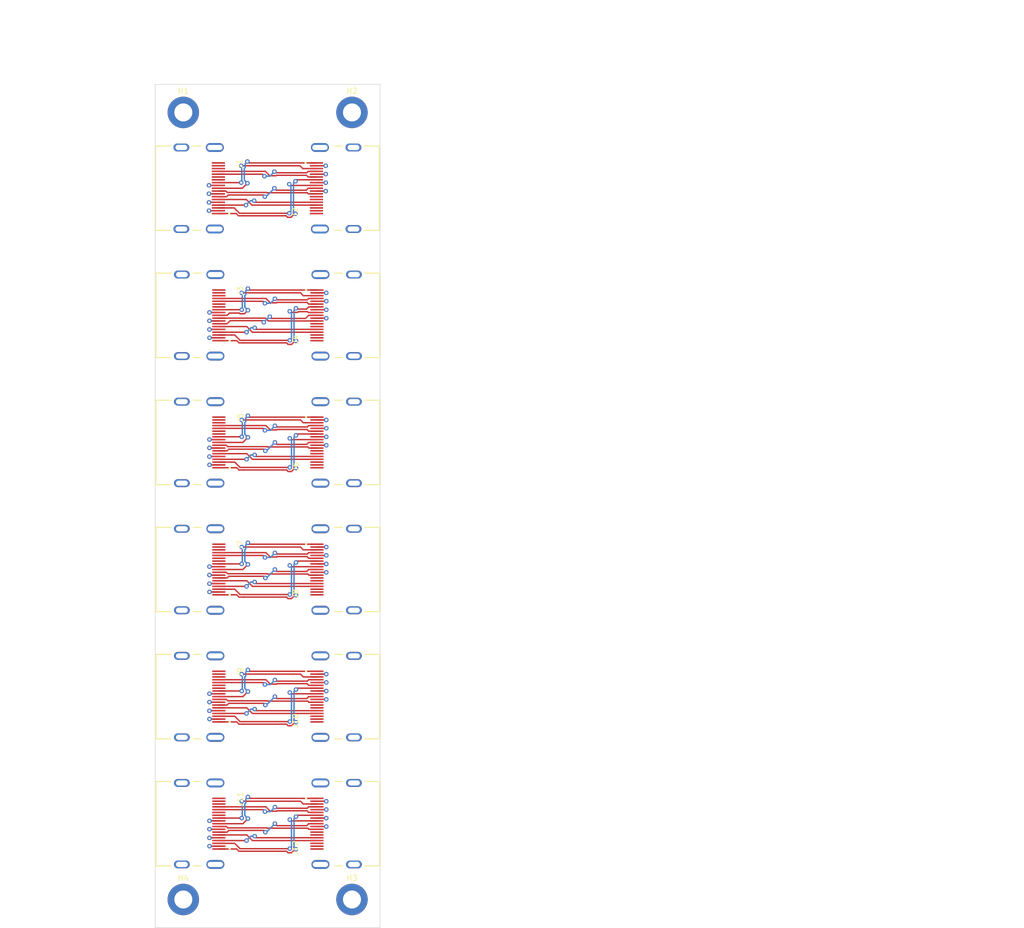
<source format=kicad_pcb>
(kicad_pcb (version 20211014) (generator pcbnew)
  (layers (0 "F.Cu" signal) (1 "In1.Cu" power) (2 "In2.Cu" power) (31 "B.Cu" signal) (34 "B.Paste" user) (35 "F.Paste" user) (36 "B.SilkS" user "B.Silkscreen") (37 "F.SilkS" user "F.Silkscreen") (38 "B.Mask" user) (39 "F.Mask" user) (44 "Edge.Cuts" user))
  (net 0 "")
  (net 1 "GND")
  (net 17 "/pc070_aida_hdmi_rpc_hdmi_single/CLK")
  (net 18 "/pc070_aida_hdmi_rpc_hdmi_single/CLK*")
  (net 19 "/pc070_aida_hdmi_rpc_hdmi_single/CONT")
  (net 22 "/pc070_aida_hdmi_rpc_hdmi_single/CONT*")
  (net 23 "/pc070_aida_hdmi_rpc_hdmi_single/BUSY")
  (net 26 "/pc070_aida_hdmi_rpc_hdmi_single/BUSY*")
  (net 31 "/pc070_aida_hdmi_rpc_hdmi_single/SPARE")
  (net 32 "/pc070_aida_hdmi_rpc_hdmi_single/SPARE*")
  (net 33 "/pc070_aida_hdmi_rpc_hdmi_single/TRIG")
  (net 34 "/pc070_aida_hdmi_rpc_hdmi_single/TRIG*")
  (net 46 "/pc070_aida_hdmi_rpc_hdmi_single1/CLK")
  (net 49 "/pc070_aida_hdmi_rpc_hdmi_single1/CLK*")
  (net 54 "/pc070_aida_hdmi_rpc_hdmi_single1/CONT")
  (net 55 "/pc070_aida_hdmi_rpc_hdmi_single1/CONT*")
  (net 56 "/pc070_aida_hdmi_rpc_hdmi_single1/BUSY")
  (net 57 "/pc070_aida_hdmi_rpc_hdmi_single1/BUSY*")
  (net 58 "/pc070_aida_hdmi_rpc_hdmi_single1/SPARE")
  (net 59 "/pc070_aida_hdmi_rpc_hdmi_single1/SPARE*")
  (net 60 "/pc070_aida_hdmi_rpc_hdmi_single1/TRIG")
  (net 61 "/pc070_aida_hdmi_rpc_hdmi_single1/TRIG*")
  (net 79 "/pc070_aida_hdmi_rpc_hdmi_single2/CLK")
  (net 80 "/pc070_aida_hdmi_rpc_hdmi_single2/CLK*")
  (net 81 "/pc070_aida_hdmi_rpc_hdmi_single2/CONT")
  (net 82 "/pc070_aida_hdmi_rpc_hdmi_single2/CONT*")
  (net 83 "/pc070_aida_hdmi_rpc_hdmi_single2/BUSY")
  (net 84 "/pc070_aida_hdmi_rpc_hdmi_single2/BUSY*")
  (net 85 "/pc070_aida_hdmi_rpc_hdmi_single2/SPARE")
  (net 86 "/pc070_aida_hdmi_rpc_hdmi_single2/SPARE*")
  (net 87 "/pc070_aida_hdmi_rpc_hdmi_single2/TRIG")
  (net 88 "/pc070_aida_hdmi_rpc_hdmi_single2/TRIG*")
  (net 90 "/pc070_aida_hdmi_rpc_hdmi_single4/CLK")
  (net 91 "/pc070_aida_hdmi_rpc_hdmi_single4/CLK*")
  (net 92 "/pc070_aida_hdmi_rpc_hdmi_single4/CONT")
  (net 93 "/pc070_aida_hdmi_rpc_hdmi_single4/CONT*")
  (net 94 "/pc070_aida_hdmi_rpc_hdmi_single4/BUSY")
  (net 95 "/pc070_aida_hdmi_rpc_hdmi_single4/BUSY*")
  (net 96 "/pc070_aida_hdmi_rpc_hdmi_single4/SPARE")
  (net 97 "/pc070_aida_hdmi_rpc_hdmi_single4/SPARE*")
  (net 98 "/pc070_aida_hdmi_rpc_hdmi_single4/TRIG")
  (net 99 "/pc070_aida_hdmi_rpc_hdmi_single4/TRIG*")
  (net 101 "/pc070_aida_hdmi_rpc_hdmi_single5/CLK")
  (net 102 "/pc070_aida_hdmi_rpc_hdmi_single5/CLK*")
  (net 103 "/pc070_aida_hdmi_rpc_hdmi_single5/CONT")
  (net 104 "/pc070_aida_hdmi_rpc_hdmi_single5/CONT*")
  (net 105 "/pc070_aida_hdmi_rpc_hdmi_single5/BUSY")
  (net 106 "/pc070_aida_hdmi_rpc_hdmi_single5/BUSY*")
  (net 107 "/pc070_aida_hdmi_rpc_hdmi_single5/SPARE")
  (net 108 "/pc070_aida_hdmi_rpc_hdmi_single5/SPARE*")
  (net 109 "/pc070_aida_hdmi_rpc_hdmi_single5/TRIG")
  (net 110 "/pc070_aida_hdmi_rpc_hdmi_single5/TRIG*")
  (net 112 "/pc070_aida_hdmi_rpc_hdmi_single3/CLK")
  (net 113 "/pc070_aida_hdmi_rpc_hdmi_single3/CLK*")
  (net 114 "/pc070_aida_hdmi_rpc_hdmi_single3/CONT")
  (net 115 "/pc070_aida_hdmi_rpc_hdmi_single3/CONT*")
  (net 116 "/pc070_aida_hdmi_rpc_hdmi_single3/BUSY")
  (net 117 "/pc070_aida_hdmi_rpc_hdmi_single3/BUSY*")
  (net 118 "/pc070_aida_hdmi_rpc_hdmi_single3/SPARE")
  (net 119 "/pc070_aida_hdmi_rpc_hdmi_single3/SPARE*")
  (net 120 "/pc070_aida_hdmi_rpc_hdmi_single3/TRIG")
  (net 121 "/pc070_aida_hdmi_rpc_hdmi_single3/TRIG*")
  (footprint "HDMR-19-01-S-SM-TR:SAMTEC_HDMR-19-01-S-SM-TR" (layer "F.Cu") (at 104.5 58.485 90)
    (fp_text reference "J2")
    (fp_text value "HDMR-19-01-S-SM-TR")
  )
  (footprint "HDMR-19-01-S-SM-TR:SAMTEC_HDMR-19-01-S-SM-TR" (layer "F.Cu") (at 75.5 148.909 -90)
    (fp_text reference "J9")
    (fp_text value "HDMR-19-01-S-SM-TR")
  )
  (footprint "MountingHole:MountingHole_3.2mm_M3_DIN965_Pad_TopBottom" (layer "F.Cu") (at 105 185)
    (fp_text reference "H3")
    (fp_text value "MountingHole_Pad")
  )
  (footprint "MountingHole:MountingHole_3.2mm_M3_DIN965_Pad_TopBottom" (layer "F.Cu") (at 75 185)
    (fp_text reference "H4")
    (fp_text value "MountingHole_Pad")
  )
  (footprint "HDMR-19-01-S-SM-TR:SAMTEC_HDMR-19-01-S-SM-TR" (layer "F.Cu") (at 104.59 126.303 90)
    (fp_text reference "J8")
    (fp_text value "HDMR-19-01-S-SM-TR")
  )
  (footprint "HDMR-19-01-S-SM-TR:SAMTEC_HDMR-19-01-S-SM-TR" (layer "F.Cu") (at 104.59 103.697 90)
    (fp_text reference "J6")
    (fp_text value "HDMR-19-01-S-SM-TR")
  )
  (footprint "HDMR-19-01-S-SM-TR:SAMTEC_HDMR-19-01-S-SM-TR" (layer "F.Cu") (at 104.59 171.515 90)
    (fp_text reference "J12")
    (fp_text value "HDMR-19-01-S-SM-TR")
  )
  (footprint "HDMR-19-01-S-SM-TR:SAMTEC_HDMR-19-01-S-SM-TR" (layer "F.Cu") (at 75.5 81.091 -90)
    (fp_text reference "J3")
    (fp_text value "HDMR-19-01-S-SM-TR")
  )
  (footprint "HDMR-19-01-S-SM-TR:SAMTEC_HDMR-19-01-S-SM-TR" (layer "F.Cu") (at 75.41 58.485 -90)
    (fp_text reference "J1")
    (fp_text value "HDMR-19-01-S-SM-TR")
  )
  (footprint "MountingHole:MountingHole_3.2mm_M3_DIN965_Pad_TopBottom" (layer "F.Cu") (at 105 45)
    (fp_text reference "H2")
    (fp_text value "MountingHole_Pad")
  )
  (footprint "HDMR-19-01-S-SM-TR:SAMTEC_HDMR-19-01-S-SM-TR" (layer "F.Cu") (at 75.5 126.303 -90)
    (fp_text reference "J7")
    (fp_text value "HDMR-19-01-S-SM-TR")
  )
  (footprint "HDMR-19-01-S-SM-TR:SAMTEC_HDMR-19-01-S-SM-TR" (layer "F.Cu") (at 75.5 171.515 -90)
    (fp_text reference "J11")
    (fp_text value "HDMR-19-01-S-SM-TR")
  )
  (footprint "MountingHole:MountingHole_3.2mm_M3_DIN965_Pad_TopBottom" (layer "F.Cu") (at 75 45)
    (fp_text reference "H1")
    (fp_text value "MountingHole_Pad")
  )
  (footprint "HDMR-19-01-S-SM-TR:SAMTEC_HDMR-19-01-S-SM-TR" (layer "F.Cu") (at 104.59 81.091 90)
    (fp_text reference "J4")
    (fp_text value "HDMR-19-01-S-SM-TR")
  )
  (footprint "HDMR-19-01-S-SM-TR:SAMTEC_HDMR-19-01-S-SM-TR" (layer "F.Cu") (at 104.59 148.909 90)
    (fp_text reference "J10")
    (fp_text value "HDMR-19-01-S-SM-TR")
  )
  (footprint "HDMR-19-01-S-SM-TR:SAMTEC_HDMR-19-01-S-SM-TR" (layer "F.Cu") (at 75.5 103.697 -90)
    (fp_text reference "J5")
    (fp_text value "HDMR-19-01-S-SM-TR")
  )
  (gr_line (start 110 190) (end 70 190) (layer "Edge.Cuts") (width 0.1))
  (gr_line (start 110 40) (end 110 190) (layer "Edge.Cuts") (width 0.1))
  (gr_line (start 70 40) (end 110 40) (layer "Edge.Cuts") (width 0.1))
  (gr_line (start 70 190) (end 70 40) (layer "Edge.Cuts") (width 0.1))
  (segment (start 79.673174 152.909) (end 79.663533 152.899359) (width 0.25) (layer "F.Cu") (net 1))
  (segment (start 79.583174 62.485) (end 79.573533 62.475359) (width 0.25) (layer "F.Cu") (net 1))
  (segment (start 79.673174 107.697) (end 79.663533 107.687359) (width 0.25) (layer "F.Cu") (net 1))
  (segment (start 79.673174 130.303) (end 79.663533 130.293359) (width 0.25) (layer "F.Cu") (net 1))
  (segment (start 79.673174 85.091) (end 79.663533 85.081359) (width 0.25) (layer "F.Cu") (net 1))
  (segment (start 79.673174 175.515) (end 79.663533 175.505359) (width 0.25) (layer "F.Cu") (net 1))
  (segment (start 81.325 128.803) (end 79.677232 128.803) (width 0.25) (layer "F.Cu") (net 1))
  (segment (start 81.325 151.409) (end 79.677232 151.409) (width 0.25) (layer "F.Cu") (net 1))
  (segment (start 81.325 106.197) (end 79.677232 106.197) (width 0.25) (layer "F.Cu") (net 1))
  (segment (start 81.235 60.985) (end 79.587232 60.985) (width 0.25) (layer "F.Cu") (net 1))
  (segment (start 81.325 83.591) (end 79.677232 83.591) (width 0.25) (layer "F.Cu") (net 1))
  (segment (start 81.325 174.015) (end 79.677232 174.015) (width 0.25) (layer "F.Cu") (net 1))
  (segment (start 81.325 127.303) (end 79.67752 127.303) (width 0.25) (layer "F.Cu") (net 1))
  (segment (start 81.325 149.909) (end 79.67752 149.909) (width 0.25) (layer "F.Cu") (net 1))
  (segment (start 81.325 104.697) (end 79.67752 104.697) (width 0.25) (layer "F.Cu") (net 1))
  (segment (start 81.235 59.485) (end 79.58752 59.485) (width 0.25) (layer "F.Cu") (net 1))
  (segment (start 81.325 82.091) (end 79.67752 82.091) (width 0.25) (layer "F.Cu") (net 1))
  (segment (start 81.325 172.515) (end 79.67752 172.515) (width 0.25) (layer "F.Cu") (net 1))
  (segment (start 98.765 104.197) (end 100.417041 104.197) (width 0.25) (layer "F.Cu") (net 1))
  (segment (start 98.765 149.409) (end 100.417041 149.409) (width 0.25) (layer "F.Cu") (net 1))
  (segment (start 98.765 81.591) (end 100.417041 81.591) (width 0.25) (layer "F.Cu") (net 1))
  (segment (start 98.765 126.803) (end 100.417041 126.803) (width 0.25) (layer "F.Cu") (net 1))
  (segment (start 98.675 58.985) (end 100.327041 58.985) (width 0.25) (layer "F.Cu") (net 1))
  (segment (start 98.765 172.015) (end 100.417041 172.015) (width 0.25) (layer "F.Cu") (net 1))
  (segment (start 98.765 99.697) (end 100.418354 99.697) (width 0.25) (layer "F.Cu") (net 1))
  (segment (start 98.765 144.909) (end 100.418354 144.909) (width 0.25) (layer "F.Cu") (net 1))
  (segment (start 98.765 122.303) (end 100.418354 122.303) (width 0.25) (layer "F.Cu") (net 1))
  (segment (start 98.675 54.485) (end 100.328354 54.485) (width 0.25) (layer "F.Cu") (net 1))
  (segment (start 98.765 77.091) (end 100.418354 77.091) (width 0.25) (layer "F.Cu") (net 1))
  (segment (start 98.765 167.515) (end 100.418354 167.515) (width 0.25) (layer "F.Cu") (net 1))
  (segment (start 100.417041 102.697) (end 100.425915 102.705874) (width 0.25) (layer "F.Cu") (net 1))
  (segment (start 100.417041 147.909) (end 100.425915 147.917874) (width 0.25) (layer "F.Cu") (net 1))
  (segment (start 100.417041 80.091) (end 100.425915 80.099874) (width 0.25) (layer "F.Cu") (net 1))
  (segment (start 100.417041 125.303) (end 100.425915 125.311874) (width 0.25) (layer "F.Cu") (net 1))
  (segment (start 100.327041 57.485) (end 100.335915 57.493874) (width 0.25) (layer "F.Cu") (net 1))
  (segment (start 100.417041 170.515) (end 100.425915 170.523874) (width 0.25) (layer "F.Cu") (net 1))
  (segment (start 100.417041 104.197) (end 100.425915 104.205874) (width 0.25) (layer "F.Cu") (net 1))
  (segment (start 100.417041 149.409) (end 100.425915 149.417874) (width 0.25) (layer "F.Cu") (net 1))
  (segment (start 100.417041 126.803) (end 100.425915 126.811874) (width 0.25) (layer "F.Cu") (net 1))
  (segment (start 100.327041 58.985) (end 100.335915 58.993874) (width 0.25) (layer "F.Cu") (net 1))
  (segment (start 100.417041 172.015) (end 100.425915 172.023874) (width 0.25) (layer "F.Cu") (net 1))
  (segment (start 100.417041 81.591) (end 100.425915 81.599874) (width 0.25) (layer "F.Cu") (net 1))
  (segment (start 98.765 102.697) (end 100.417041 102.697) (width 0.25) (layer "F.Cu") (net 1))
  (segment (start 98.765 147.909) (end 100.417041 147.909) (width 0.25) (layer "F.Cu") (net 1))
  (segment (start 98.765 80.091) (end 100.417041 80.091) (width 0.25) (layer "F.Cu") (net 1))
  (segment (start 98.765 125.303) (end 100.417041 125.303) (width 0.25) (layer "F.Cu") (net 1))
  (segment (start 98.675 57.485) (end 100.327041 57.485) (width 0.25) (layer "F.Cu") (net 1))
  (segment (start 98.765 170.515) (end 100.417041 170.515) (width 0.25) (layer "F.Cu") (net 1))
  (segment (start 100.414354 101.197) (end 100.432439 101.178915) (width 0.25) (layer "F.Cu") (net 1))
  (segment (start 100.414354 146.409) (end 100.432439 146.390915) (width 0.25) (layer "F.Cu") (net 1))
  (segment (start 100.414354 78.591) (end 100.432439 78.572915) (width 0.25) (layer "F.Cu") (net 1))
  (segment (start 100.414354 123.803) (end 100.432439 123.784915) (width 0.25) (layer "F.Cu") (net 1))
  (segment (start 100.324354 55.985) (end 100.342439 55.966915) (width 0.25) (layer "F.Cu") (net 1))
  (segment (start 100.414354 169.015) (end 100.432439 168.996915) (width 0.25) (layer "F.Cu") (net 1))
  (segment (start 100.418354 99.697) (end 100.422359 99.701005) (width 0.25) (layer "F.Cu") (net 1))
  (segment (start 100.418354 144.909) (end 100.422359 144.913005) (width 0.25) (layer "F.Cu") (net 1))
  (segment (start 100.418354 77.091) (end 100.422359 77.095005) (width 0.25) (layer "F.Cu") (net 1))
  (segment (start 100.418354 122.303) (end 100.422359 122.307005) (width 0.25) (layer "F.Cu") (net 1))
  (segment (start 100.328354 54.485) (end 100.332359 54.489005) (width 0.25) (layer "F.Cu") (net 1))
  (segment (start 100.418354 167.515) (end 100.422359 167.519005) (width 0.25) (layer "F.Cu") (net 1))
  (segment (start 79.67523 125.803) (end 79.658515 125.786285) (width 0.25) (layer "F.Cu") (net 1))
  (segment (start 79.67523 148.409) (end 79.658515 148.392285) (width 0.25) (layer "F.Cu") (net 1))
  (segment (start 79.67523 103.197) (end 79.658515 103.180285) (width 0.25) (layer "F.Cu") (net 1))
  (segment (start 79.58523 57.985) (end 79.568515 57.968285) (width 0.25) (layer "F.Cu") (net 1))
  (segment (start 79.67523 80.591) (end 79.658515 80.574285) (width 0.25) (layer "F.Cu") (net 1))
  (segment (start 79.67523 171.015) (end 79.658515 170.998285) (width 0.25) (layer "F.Cu") (net 1))
  (segment (start 98.765 101.197) (end 100.414354 101.197) (width 0.25) (layer "F.Cu") (net 1))
  (segment (start 98.765 146.409) (end 100.414354 146.409) (width 0.25) (layer "F.Cu") (net 1))
  (segment (start 98.765 78.591) (end 100.414354 78.591) (width 0.25) (layer "F.Cu") (net 1))
  (segment (start 98.765 123.803) (end 100.414354 123.803) (width 0.25) (layer "F.Cu") (net 1))
  (segment (start 98.675 55.985) (end 100.324354 55.985) (width 0.25) (layer "F.Cu") (net 1))
  (segment (start 98.765 169.015) (end 100.414354 169.015) (width 0.25) (layer "F.Cu") (net 1))
  (segment (start 81.325 148.409) (end 79.67523 148.409) (width 0.25) (layer "F.Cu") (net 1))
  (segment (start 81.325 125.803) (end 79.67523 125.803) (width 0.25) (layer "F.Cu") (net 1))
  (segment (start 81.325 103.197) (end 79.67523 103.197) (width 0.25) (layer "F.Cu") (net 1))
  (segment (start 81.235 57.985) (end 79.58523 57.985) (width 0.25) (layer "F.Cu") (net 1))
  (segment (start 81.325 80.591) (end 79.67523 80.591) (width 0.25) (layer "F.Cu") (net 1))
  (segment (start 81.325 171.015) (end 79.67523 171.015) (width 0.25) (layer "F.Cu") (net 1))
  (segment (start 79.677232 128.803) (end 79.654084 128.826148) (width 0.25) (layer "F.Cu") (net 1))
  (segment (start 79.677232 151.409) (end 79.654084 151.432148) (width 0.25) (layer "F.Cu") (net 1))
  (segment (start 79.677232 106.197) (end 79.654084 106.220148) (width 0.25) (layer "F.Cu") (net 1))
  (segment (start 79.587232 60.985) (end 79.564084 61.008148) (width 0.25) (layer "F.Cu") (net 1))
  (segment (start 79.677232 83.591) (end 79.654084 83.614148) (width 0.25) (layer "F.Cu") (net 1))
  (segment (start 79.677232 174.015) (end 79.654084 174.038148) (width 0.25) (layer "F.Cu") (net 1))
  (segment (start 81.325 152.909) (end 79.673174 152.909) (width 0.25) (layer "F.Cu") (net 1))
  (segment (start 81.235 62.485) (end 79.583174 62.485) (width 0.25) (layer "F.Cu") (net 1))
  (segment (start 81.325 107.697) (end 79.673174 107.697) (width 0.25) (layer "F.Cu") (net 1))
  (segment (start 81.325 130.303) (end 79.673174 130.303) (width 0.25) (layer "F.Cu") (net 1))
  (segment (start 81.325 85.091) (end 79.673174 85.091) (width 0.25) (layer "F.Cu") (net 1))
  (segment (start 81.325 175.515) (end 79.673174 175.515) (width 0.25) (layer "F.Cu") (net 1))
  (segment (start 79.67752 127.303) (end 79.653478 127.278958) (width 0.25) (layer "F.Cu") (net 1))
  (segment (start 79.67752 149.909) (end 79.653478 149.884958) (width 0.25) (layer "F.Cu") (net 1))
  (segment (start 79.67752 104.697) (end 79.653478 104.672958) (width 0.25) (layer "F.Cu") (net 1))
  (segment (start 79.58752 59.485) (end 79.563478 59.460958) (width 0.25) (layer "F.Cu") (net 1))
  (segment (start 79.67752 82.091) (end 79.653478 82.066958) (width 0.25) (layer "F.Cu") (net 1))
  (segment (start 79.67752 172.515) (end 79.653478 172.490958) (width 0.25) (layer "F.Cu") (net 1))
  (via (at 100.425915 149.417874) (size 0.8) (drill 0.4) (layers "F.Cu" "B.Cu") (net 1))
  (via (at 100.425915 104.205874) (size 0.8) (drill 0.4) (layers "F.Cu" "B.Cu") (net 1))
  (via (at 100.425915 81.599874) (size 0.8) (drill 0.4) (layers "F.Cu" "B.Cu") (net 1))
  (via (at 100.425915 172.023874) (size 0.8) (drill 0.4) (layers "F.Cu" "B.Cu") (net 1))
  (via (at 100.425915 126.811874) (size 0.8) (drill 0.4) (layers "F.Cu" "B.Cu") (net 1))
  (via (at 100.335915 58.993874) (size 0.8) (drill 0.4) (layers "F.Cu" "B.Cu") (net 1))
  (via (at 79.654084 128.826148) (size 0.8) (drill 0.4) (layers "F.Cu" "B.Cu") (net 1))
  (via (at 79.654084 151.432148) (size 0.8) (drill 0.4) (layers "F.Cu" "B.Cu") (net 1))
  (via (at 79.564084 61.008148) (size 0.8) (drill 0.4) (layers "F.Cu" "B.Cu") (net 1))
  (via (at 79.654084 83.614148) (size 0.8) (drill 0.4) (layers "F.Cu" "B.Cu") (net 1))
  (via (at 79.654084 174.038148) (size 0.8) (drill 0.4) (layers "F.Cu" "B.Cu") (net 1))
  (via (at 79.654084 106.220148) (size 0.8) (drill 0.4) (layers "F.Cu" "B.Cu") (net 1))
  (via (at 100.432439 146.390915) (size 0.8) (drill 0.4) (layers "F.Cu" "B.Cu") (net 1))
  (via (at 100.432439 101.178915) (size 0.8) (drill 0.4) (layers "F.Cu" "B.Cu") (net 1))
  (via (at 100.432439 168.996915) (size 0.8) (drill 0.4) (layers "F.Cu" "B.Cu") (net 1))
  (via (at 100.432439 78.572915) (size 0.8) (drill 0.4) (layers "F.Cu" "B.Cu") (net 1))
  (via (at 100.432439 123.784915) (size 0.8) (drill 0.4) (layers "F.Cu" "B.Cu") (net 1))
  (via (at 100.342439 55.966915) (size 0.8) (drill 0.4) (layers "F.Cu" "B.Cu") (net 1))
  (via (at 100.425915 147.917874) (size 0.8) (drill 0.4) (layers "F.Cu" "B.Cu") (net 1))
  (via (at 100.425915 102.705874) (size 0.8) (drill 0.4) (layers "F.Cu" "B.Cu") (net 1))
  (via (at 100.425915 170.523874) (size 0.8) (drill 0.4) (layers "F.Cu" "B.Cu") (net 1))
  (via (at 100.425915 80.099874) (size 0.8) (drill 0.4) (layers "F.Cu" "B.Cu") (net 1))
  (via (at 100.425915 125.311874) (size 0.8) (drill 0.4) (layers "F.Cu" "B.Cu") (net 1))
  (via (at 100.335915 57.493874) (size 0.8) (drill 0.4) (layers "F.Cu" "B.Cu") (net 1))
  (via (at 79.658515 125.786285) (size 0.8) (drill 0.4) (layers "F.Cu" "B.Cu") (net 1))
  (via (at 79.658515 148.392285) (size 0.8) (drill 0.4) (layers "F.Cu" "B.Cu") (net 1))
  (via (at 79.658515 80.574285) (size 0.8) (drill 0.4) (layers "F.Cu" "B.Cu") (net 1))
  (via (at 79.658515 170.998285) (size 0.8) (drill 0.4) (layers "F.Cu" "B.Cu") (net 1))
  (via (at 79.658515 103.180285) (size 0.8) (drill 0.4) (layers "F.Cu" "B.Cu") (net 1))
  (via (at 79.568515 57.968285) (size 0.8) (drill 0.4) (layers "F.Cu" "B.Cu") (net 1))
  (via (at 79.663533 152.899359) (size 0.8) (drill 0.4) (layers "F.Cu" "B.Cu") (net 1))
  (via (at 79.663533 85.081359) (size 0.8) (drill 0.4) (layers "F.Cu" "B.Cu") (net 1))
  (via (at 79.663533 175.505359) (size 0.8) (drill 0.4) (layers "F.Cu" "B.Cu") (net 1))
  (via (at 79.663533 107.687359) (size 0.8) (drill 0.4) (layers "F.Cu" "B.Cu") (net 1))
  (via (at 79.663533 130.293359) (size 0.8) (drill 0.4) (layers "F.Cu" "B.Cu") (net 1))
  (via (at 79.573533 62.475359) (size 0.8) (drill 0.4) (layers "F.Cu" "B.Cu") (net 1))
  (via (at 100.422359 99.701005) (size 0.8) (drill 0.4) (layers "F.Cu" "B.Cu") (net 1))
  (via (at 100.422359 167.519005) (size 0.8) (drill 0.4) (layers "F.Cu" "B.Cu") (net 1))
  (via (at 100.422359 77.095005) (size 0.8) (drill 0.4) (layers "F.Cu" "B.Cu") (net 1))
  (via (at 100.422359 122.307005) (size 0.8) (drill 0.4) (layers "F.Cu" "B.Cu") (net 1))
  (via (at 100.422359 144.913005) (size 0.8) (drill 0.4) (layers "F.Cu" "B.Cu") (net 1))
  (via (at 100.332359 54.489005) (size 0.8) (drill 0.4) (layers "F.Cu" "B.Cu") (net 1))
  (via (at 79.653478 127.278958) (size 0.8) (drill 0.4) (layers "F.Cu" "B.Cu") (net 1))
  (via (at 79.653478 149.884958) (size 0.8) (drill 0.4) (layers "F.Cu" "B.Cu") (net 1))
  (via (at 79.653478 82.066958) (size 0.8) (drill 0.4) (layers "F.Cu" "B.Cu") (net 1))
  (via (at 79.653478 172.490958) (size 0.8) (drill 0.4) (layers "F.Cu" "B.Cu") (net 1))
  (via (at 79.653478 104.672958) (size 0.8) (drill 0.4) (layers "F.Cu" "B.Cu") (net 1))
  (via (at 79.563478 59.460958) (size 0.8) (drill 0.4) (layers "F.Cu" "B.Cu") (net 1))
  (segment (start 98.675 53.985) (end 86.65 53.985) (width 0.25) (layer "F.Cu") (net 17))
  (segment (start 81.235 58.485) (end 85.5 58.485) (width 0.25) (layer "F.Cu") (net 17))
  (segment (start 85.5 58.485) (end 86.4 57.585) (width 0.25) (layer "F.Cu") (net 17))
  (segment (start 86.65 53.985) (end 86.4 53.735) (width 0.25) (layer "F.Cu") (net 17))
  (via (at 86.4 57.585) (size 0.8) (drill 0.4) (layers "F.Cu" "B.Cu") (net 17))
  (via (at 86.4 53.735) (size 0.8) (drill 0.4) (layers "F.Cu" "B.Cu") (net 17))
  (segment (start 85.85 57.010386) (end 85.85 54.959614) (width 0.25) (layer "B.Cu") (net 17))
  (segment (start 85.987307 54.147693) (end 86.4 53.735) (width 0.25) (layer "B.Cu") (net 17))
  (segment (start 86.024511 54.785103) (end 86.024511 54.184897) (width 0.25) (layer "B.Cu") (net 17))
  (segment (start 85.85 54.959614) (end 86.024511 54.785103) (width 0.25) (layer "B.Cu") (net 17))
  (segment (start 86.024511 57.209511) (end 86.024511 57.184897) (width 0.25) (layer "B.Cu") (net 17))
  (segment (start 86.024511 57.184897) (end 85.85 57.010386) (width 0.25) (layer "B.Cu") (net 17))
  (segment (start 86.024511 54.184897) (end 85.987307 54.147693) (width 0.25) (layer "B.Cu") (net 17))
  (segment (start 86.4 57.585) (end 86.024511 57.209511) (width 0.25) (layer "B.Cu") (net 17))
  (segment (start 81.235 57.485) (end 85.3 57.485) (width 0.25) (layer "F.Cu") (net 18))
  (segment (start 95.75 54.485) (end 85.3 54.485) (width 0.25) (layer "F.Cu") (net 18))
  (segment (start 98.675 54.985) (end 96.25 54.985) (width 0.25) (layer "F.Cu") (net 18))
  (segment (start 96.25 54.985) (end 95.75 54.485) (width 0.25) (layer "F.Cu") (net 18))
  (via (at 85.3 54.485) (size 0.8) (drill 0.4) (layers "F.Cu" "B.Cu") (net 18))
  (via (at 85.3 57.485) (size 0.8) (drill 0.4) (layers "F.Cu" "B.Cu") (net 18))
  (segment (start 85.40048 54.58548) (end 85.3 54.485) (width 0.25) (layer "B.Cu") (net 18))
  (segment (start 85.3 57.485) (end 85.40048 57.38452) (width 0.25) (layer "B.Cu") (net 18))
  (segment (start 85.40048 57.38452) (end 85.40048 54.58548) (width 0.25) (layer "B.Cu") (net 18))
  (segment (start 91.2 55.535) (end 91.4 55.735) (width 0.25) (layer "F.Cu") (net 19))
  (segment (start 81.235 55.985) (end 89.075402 55.985) (width 0.25) (layer "F.Cu") (net 19))
  (segment (start 89.075402 55.985) (end 89.424951 56.334549) (width 0.25) (layer "F.Cu") (net 19))
  (segment (start 91.4 55.735) (end 96.960978 55.735) (width 0.25) (layer "F.Cu") (net 19))
  (segment (start 96.960978 55.735) (end 97.210978 55.485) (width 0.25) (layer "F.Cu") (net 19))
  (segment (start 97.210978 55.485) (end 98.675 55.485) (width 0.25) (layer "F.Cu") (net 19))
  (via (at 91.2 55.535) (size 0.8) (drill 0.4) (layers "F.Cu" "B.Cu") (net 19))
  (via (at 89.424951 56.334549) (size 0.8) (drill 0.4) (layers "F.Cu" "B.Cu") (net 19))
  (segment (start 89.424951 56.334549) (end 90.400451 56.334549) (width 0.25) (layer "B.Cu") (net 19))
  (segment (start 90.400451 56.334549) (end 91.2 55.535) (width 0.25) (layer "B.Cu") (net 19))
  (segment (start 91.575094 56.18452) (end 96.910498 56.18452) (width 0.25) (layer "F.Cu") (net 22))
  (segment (start 96.910498 56.18452) (end 97.210978 56.485) (width 0.25) (layer "F.Cu") (net 22))
  (segment (start 89.6 55.485) (end 90.374511 56.259511) (width 0.25) (layer "F.Cu") (net 22))
  (segment (start 91.500103 56.259511) (end 91.575094 56.18452) (width 0.25) (layer "F.Cu") (net 22))
  (segment (start 90.374511 56.259511) (end 91.500103 56.259511) (width 0.25) (layer "F.Cu") (net 22))
  (segment (start 97.210978 56.485) (end 98.675 56.485) (width 0.25) (layer "F.Cu") (net 22))
  (segment (start 81.235 55.485) (end 89.6 55.485) (width 0.25) (layer "F.Cu") (net 22))
  (segment (start 85.55048 63.38452) (end 93.274906 63.38452) (width 0.25) (layer "F.Cu") (net 23))
  (segment (start 94.574511 63.235103) (end 94.574511 62.685) (width 0.25) (layer "F.Cu") (net 23))
  (segment (start 84.414282 62.985) (end 84.814282 63.385) (width 0.25) (layer "F.Cu") (net 23))
  (segment (start 84.814282 63.385) (end 85.65 63.385) (width 0.25) (layer "F.Cu") (net 23))
  (segment (start 93.549897 63.659511) (end 94.150103 63.659511) (width 0.25) (layer "F.Cu") (net 23))
  (segment (start 93.274906 63.38452) (end 93.549897 63.659511) (width 0.25) (layer "F.Cu") (net 23))
  (segment (start 95.2 56.985) (end 94.95 57.235) (width 0.25) (layer "F.Cu") (net 23))
  (segment (start 94.150103 63.659511) (end 94.574511 63.235103) (width 0.25) (layer "F.Cu") (net 23))
  (segment (start 98.675 56.985) (end 95.2 56.985) (width 0.25) (layer "F.Cu") (net 23))
  (segment (start 81.235 62.985) (end 84.414282 62.985) (width 0.25) (layer "F.Cu") (net 23))
  (segment (start 94.6 62.685) (end 94.95 63.035) (width 0.25) (layer "F.Cu") (net 23))
  (segment (start 94.574511 62.685) (end 94.6 62.685) (width 0.25) (layer "F.Cu") (net 23))
  (via (at 94.95 57.235) (size 0.8) (drill 0.4) (layers "F.Cu" "B.Cu") (net 23))
  (via (at 94.95 63.035) (size 0.8) (drill 0.4) (layers "F.Cu" "B.Cu") (net 23))
  (segment (start 94.6 62.685) (end 94.6 57.585) (width 0.25) (layer "B.Cu") (net 23))
  (segment (start 94.6 57.585) (end 94.95 57.235) (width 0.25) (layer "B.Cu") (net 23))
  (segment (start 94.95 63.035) (end 94.6 62.685) (width 0.25) (layer "B.Cu") (net 23))
  (segment (start 83.5 61.985) (end 84.05 61.985) (width 0.25) (layer "F.Cu") (net 26))
  (segment (start 84.05 61.985) (end 85 62.935) (width 0.25) (layer "F.Cu") (net 26))
  (segment (start 94.0745 57.985) (end 93.85 57.7605) (width 0.25) (layer "F.Cu") (net 26))
  (segment (start 98.675 57.985) (end 94.0745 57.985) (width 0.25) (layer "F.Cu") (net 26))
  (segment (start 81.235 61.985) (end 83.5 61.985) (width 0.25) (layer "F.Cu") (net 26))
  (segment (start 85 62.935) (end 93.85 62.935) (width 0.25) (layer "F.Cu") (net 26))
  (via (at 93.85 57.7605) (size 0.8) (drill 0.4) (layers "F.Cu" "B.Cu") (net 26))
  (via (at 93.85 62.935) (size 0.8) (drill 0.4) (layers "F.Cu" "B.Cu") (net 26))
  (segment (start 94.15048 62.63452) (end 94.15048 58.06098) (width 0.25) (layer "B.Cu") (net 26))
  (segment (start 94.15048 58.06098) (end 93.85 57.7605) (width 0.25) (layer "B.Cu") (net 26))
  (segment (start 93.85 62.935) (end 94.15048 62.63452) (width 0.25) (layer "B.Cu") (net 26))
  (segment (start 97.210978 58.485) (end 98.675 58.485) (width 0.25) (layer "F.Cu") (net 31))
  (segment (start 96.860978 58.835) (end 97.210978 58.485) (width 0.25) (layer "F.Cu") (net 31))
  (segment (start 91.2 58.485) (end 91.55 58.835) (width 0.25) (layer "F.Cu") (net 31))
  (segment (start 82.999022 59.685) (end 89.2 59.685) (width 0.25) (layer "F.Cu") (net 31))
  (segment (start 81.235 59.985) (end 82.699022 59.985) (width 0.25) (layer "F.Cu") (net 31))
  (segment (start 91.55 58.835) (end 96.860978 58.835) (width 0.25) (layer "F.Cu") (net 31))
  (segment (start 89.2 59.685) (end 89.5 59.985) (width 0.25) (layer "F.Cu") (net 31))
  (segment (start 82.699022 59.985) (end 82.999022 59.685) (width 0.25) (layer "F.Cu") (net 31))
  (via (at 91.2 58.485) (size 0.8) (drill 0.4) (layers "F.Cu" "B.Cu") (net 31))
  (via (at 89.5 59.985) (size 0.8) (drill 0.4) (layers "F.Cu" "B.Cu") (net 31))
  (segment (start 89.7 59.985) (end 91.2 58.485) (width 0.25) (layer "B.Cu") (net 31))
  (segment (start 89.6 59.985) (end 89.7 59.985) (width 0.25) (layer "B.Cu") (net 31))
  (segment (start 89.5 59.985) (end 89.6 59.985) (width 0.25) (layer "B.Cu") (net 31))
  (segment (start 89.775094 59.23548) (end 82.812825 59.23548) (width 0.25) (layer "F.Cu") (net 32))
  (segment (start 82.562345 58.985) (end 81.235 58.985) (width 0.25) (layer "F.Cu") (net 32))
  (segment (start 89.824134 59.28452) (end 89.775094 59.23548) (width 0.25) (layer "F.Cu") (net 32))
  (segment (start 82.812825 59.23548) (end 82.562345 58.985) (width 0.25) (layer "F.Cu") (net 32))
  (segment (start 98.675 59.485) (end 97.247655 59.485) (width 0.25) (layer "F.Cu") (net 32))
  (segment (start 97.047175 59.28452) (end 89.824134 59.28452) (width 0.25) (layer "F.Cu") (net 32))
  (segment (start 97.247655 59.485) (end 97.047175 59.28452) (width 0.25) (layer "F.Cu") (net 32))
  (segment (start 87.8755 60.985) (end 87.6 60.7095) (width 0.25) (layer "F.Cu") (net 33))
  (segment (start 86.15 61.485) (end 81.235 61.485) (width 0.25) (layer "F.Cu") (net 33))
  (segment (start 98.675 60.985) (end 87.8755 60.985) (width 0.25) (layer "F.Cu") (net 33))
  (via (at 87.6 60.7095) (size 0.8) (drill 0.4) (layers "F.Cu" "B.Cu") (net 33))
  (via (at 86.15 61.485) (size 0.8) (drill 0.4) (layers "F.Cu" "B.Cu") (net 33))
  (segment (start 86.9255 60.7095) (end 86.15 61.485) (width 0.25) (layer "B.Cu") (net 33))
  (segment (start 87.6 60.7095) (end 86.9255 60.7095) (width 0.25) (layer "B.Cu") (net 33))
  (segment (start 98.675 61.485) (end 87.2 61.485) (width 0.25) (layer "F.Cu") (net 34))
  (segment (start 86.2 60.485) (end 81.235 60.485) (width 0.25) (layer "F.Cu") (net 34))
  (segment (start 87.2 61.485) (end 86.2 60.485) (width 0.25) (layer "F.Cu") (net 34))
  (segment (start 84.959386 80.685) (end 85.089897 80.815511) (width 0.25) (layer "F.Cu") (net 46))
  (segment (start 85.089897 80.815511) (end 85.865489 80.815511) (width 0.25) (layer "F.Cu") (net 46))
  (segment (start 98.765 76.591) (end 86.74 76.591) (width 0.25) (layer "F.Cu") (net 46))
  (segment (start 82.789022 81.091) (end 83.195022 80.685) (width 0.25) (layer "F.Cu") (net 46))
  (segment (start 83.195022 80.685) (end 84.959386 80.685) (width 0.25) (layer "F.Cu") (net 46))
  (segment (start 85.865489 80.815511) (end 86.49 80.191) (width 0.25) (layer "F.Cu") (net 46))
  (segment (start 81.325 81.091) (end 82.789022 81.091) (width 0.25) (layer "F.Cu") (net 46))
  (segment (start 86.74 76.591) (end 86.49 76.341) (width 0.25) (layer "F.Cu") (net 46))
  (via (at 86.49 80.191) (size 0.8) (drill 0.4) (layers "F.Cu" "B.Cu") (net 46))
  (via (at 86.49 76.341) (size 0.8) (drill 0.4) (layers "F.Cu" "B.Cu") (net 46))
  (segment (start 85.94 79.616386) (end 85.94 77.565614) (width 0.25) (layer "B.Cu") (net 46))
  (segment (start 86.077307 76.753693) (end 86.49 76.341) (width 0.25) (layer "B.Cu") (net 46))
  (segment (start 86.114511 77.391103) (end 86.114511 76.790897) (width 0.25) (layer "B.Cu") (net 46))
  (segment (start 85.94 77.565614) (end 86.114511 77.391103) (width 0.25) (layer "B.Cu") (net 46))
  (segment (start 86.114511 79.815511) (end 86.114511 79.790897) (width 0.25) (layer "B.Cu") (net 46))
  (segment (start 86.114511 79.790897) (end 85.94 79.616386) (width 0.25) (layer "B.Cu") (net 46))
  (segment (start 86.114511 76.790897) (end 86.077307 76.753693) (width 0.25) (layer "B.Cu") (net 46))
  (segment (start 86.49 80.191) (end 86.114511 79.815511) (width 0.25) (layer "B.Cu") (net 46))
  (segment (start 81.325 80.091) (end 85.39 80.091) (width 0.25) (layer "F.Cu") (net 49))
  (segment (start 95.84 77.091) (end 85.39 77.091) (width 0.25) (layer "F.Cu") (net 49))
  (segment (start 98.765 77.591) (end 96.34 77.591) (width 0.25) (layer "F.Cu") (net 49))
  (segment (start 96.34 77.591) (end 95.84 77.091) (width 0.25) (layer "F.Cu") (net 49))
  (via (at 85.39 77.091) (size 0.8) (drill 0.4) (layers "F.Cu" "B.Cu") (net 49))
  (via (at 85.39 80.091) (size 0.8) (drill 0.4) (layers "F.Cu" "B.Cu") (net 49))
  (segment (start 85.49048 77.19148) (end 85.39 77.091) (width 0.25) (layer "B.Cu") (net 49))
  (segment (start 85.39 80.091) (end 85.49048 79.99052) (width 0.25) (layer "B.Cu") (net 49))
  (segment (start 85.49048 79.99052) (end 85.49048 77.19148) (width 0.25) (layer "B.Cu") (net 49))
  (segment (start 91.29 78.141) (end 91.49 78.341) (width 0.25) (layer "F.Cu") (net 54))
  (segment (start 81.325 78.591) (end 89.165402 78.591) (width 0.25) (layer "F.Cu") (net 54))
  (segment (start 89.165402 78.591) (end 89.514951 78.940549) (width 0.25) (layer "F.Cu") (net 54))
  (segment (start 91.49 78.341) (end 97.050978 78.341) (width 0.25) (layer "F.Cu") (net 54))
  (segment (start 97.050978 78.341) (end 97.300978 78.091) (width 0.25) (layer "F.Cu") (net 54))
  (segment (start 97.300978 78.091) (end 98.765 78.091) (width 0.25) (layer "F.Cu") (net 54))
  (via (at 91.29 78.141) (size 0.8) (drill 0.4) (layers "F.Cu" "B.Cu") (net 54))
  (via (at 89.514951 78.940549) (size 0.8) (drill 0.4) (layers "F.Cu" "B.Cu") (net 54))
  (segment (start 89.514951 78.940549) (end 90.490451 78.940549) (width 0.25) (layer "B.Cu") (net 54))
  (segment (start 90.490451 78.940549) (end 91.29 78.141) (width 0.25) (layer "B.Cu") (net 54))
  (segment (start 91.665094 78.79052) (end 97.000498 78.79052) (width 0.25) (layer "F.Cu") (net 55))
  (segment (start 97.000498 78.79052) (end 97.300978 79.091) (width 0.25) (layer "F.Cu") (net 55))
  (segment (start 89.69 78.091) (end 90.464511 78.865511) (width 0.25) (layer "F.Cu") (net 55))
  (segment (start 91.590103 78.865511) (end 91.665094 78.79052) (width 0.25) (layer "F.Cu") (net 55))
  (segment (start 90.464511 78.865511) (end 91.590103 78.865511) (width 0.25) (layer "F.Cu") (net 55))
  (segment (start 97.300978 79.091) (end 98.765 79.091) (width 0.25) (layer "F.Cu") (net 55))
  (segment (start 81.325 78.091) (end 89.69 78.091) (width 0.25) (layer "F.Cu") (net 55))
  (segment (start 96.906978 79.985) (end 95.184 79.985) (width 0.25) (layer "F.Cu") (net 56))
  (segment (start 97.300978 79.591) (end 96.906978 79.985) (width 0.25) (layer "F.Cu") (net 56))
  (segment (start 85.64048 85.99052) (end 93.364906 85.99052) (width 0.25) (layer "F.Cu") (net 56))
  (segment (start 94.664511 85.841103) (end 94.664511 85.291) (width 0.25) (layer "F.Cu") (net 56))
  (segment (start 84.504282 85.591) (end 84.904282 85.991) (width 0.25) (layer "F.Cu") (net 56))
  (segment (start 84.904282 85.991) (end 85.74 85.991) (width 0.25) (layer "F.Cu") (net 56))
  (segment (start 93.639897 86.265511) (end 94.240103 86.265511) (width 0.25) (layer "F.Cu") (net 56))
  (segment (start 93.364906 85.99052) (end 93.639897 86.265511) (width 0.25) (layer "F.Cu") (net 56))
  (segment (start 94.240103 86.265511) (end 94.664511 85.841103) (width 0.25) (layer "F.Cu") (net 56))
  (segment (start 98.765 79.591) (end 97.300978 79.591) (width 0.25) (layer "F.Cu") (net 56))
  (segment (start 81.325 85.591) (end 84.504282 85.591) (width 0.25) (layer "F.Cu") (net 56))
  (segment (start 95.184 79.985) (end 95.04 79.841) (width 0.25) (layer "F.Cu") (net 56))
  (segment (start 94.69 85.291) (end 95.04 85.641) (width 0.25) (layer "F.Cu") (net 56))
  (segment (start 94.664511 85.291) (end 94.69 85.291) (width 0.25) (layer "F.Cu") (net 56))
  (via (at 95.04 79.841) (size 0.8) (drill 0.4) (layers "F.Cu" "B.Cu") (net 56))
  (via (at 95.04 85.641) (size 0.8) (drill 0.4) (layers "F.Cu" "B.Cu") (net 56))
  (segment (start 94.69 85.291) (end 94.69 80.191) (width 0.25) (layer "B.Cu") (net 56))
  (segment (start 94.69 80.191) (end 95.04 79.841) (width 0.25) (layer "B.Cu") (net 56))
  (segment (start 95.04 85.641) (end 94.69 85.291) (width 0.25) (layer "B.Cu") (net 56))
  (segment (start 83.59 84.591) (end 84.14 84.591) (width 0.25) (layer "F.Cu") (net 57))
  (segment (start 84.14 84.591) (end 85.09 85.541) (width 0.25) (layer "F.Cu") (net 57))
  (segment (start 97.249655 80.591) (end 97.093175 80.43452) (width 0.25) (layer "F.Cu") (net 57))
  (segment (start 98.765 80.591) (end 97.249655 80.591) (width 0.25) (layer "F.Cu") (net 57))
  (segment (start 95.471094 80.43452) (end 95.340103 80.565511) (width 0.25) (layer "F.Cu") (net 57))
  (segment (start 95.340103 80.565511) (end 94.139011 80.565511) (width 0.25) (layer "F.Cu") (net 57))
  (segment (start 81.325 84.591) (end 83.59 84.591) (width 0.25) (layer "F.Cu") (net 57))
  (segment (start 94.139011 80.565511) (end 93.94 80.3665) (width 0.25) (layer "F.Cu") (net 57))
  (segment (start 97.093175 80.43452) (end 95.471094 80.43452) (width 0.25) (layer "F.Cu") (net 57))
  (segment (start 85.09 85.541) (end 93.94 85.541) (width 0.25) (layer "F.Cu") (net 57))
  (via (at 93.94 80.3665) (size 0.8) (drill 0.4) (layers "F.Cu" "B.Cu") (net 57))
  (via (at 93.94 85.541) (size 0.8) (drill 0.4) (layers "F.Cu" "B.Cu") (net 57))
  (segment (start 94.24048 85.24052) (end 94.24048 80.66698) (width 0.25) (layer "B.Cu") (net 57))
  (segment (start 94.24048 80.66698) (end 93.94 80.3665) (width 0.25) (layer "B.Cu") (net 57))
  (segment (start 93.94 85.541) (end 94.24048 85.24052) (width 0.25) (layer "B.Cu") (net 57))
  (segment (start 89.317008 82.317992) (end 89.039536 82.04052) (width 0.25) (layer "F.Cu") (net 58))
  (segment (start 96.750498 81.64148) (end 97.300978 81.091) (width 0.25) (layer "F.Cu") (net 58))
  (segment (start 90.689692 81.64148) (end 96.750498 81.64148) (width 0.25) (layer "F.Cu") (net 58))
  (segment (start 97.300978 81.091) (end 98.765 81.091) (width 0.25) (layer "F.Cu") (net 58))
  (segment (start 90.382356 81.334144) (end 90.689692 81.64148) (width 0.25) (layer "F.Cu") (net 58))
  (segment (start 89.039536 82.04052) (end 83.339502 82.04052) (width 0.25) (layer "F.Cu") (net 58))
  (segment (start 82.789022 82.591) (end 81.325 82.591) (width 0.25) (layer "F.Cu") (net 58))
  (segment (start 83.339502 82.04052) (end 82.789022 82.591) (width 0.25) (layer "F.Cu") (net 58))
  (via (at 90.382356 81.334144) (size 0.8) (drill 0.4) (layers "F.Cu" "B.Cu") (net 58))
  (via (at 89.317008 82.317992) (size 0.8) (drill 0.4) (layers "F.Cu" "B.Cu") (net 58))
  (segment (start 90.300856 81.334144) (end 89.317008 82.317992) (width 0.25) (layer "B.Cu") (net 58))
  (segment (start 90.382356 81.334144) (end 90.300856 81.334144) (width 0.25) (layer "B.Cu") (net 58))
  (segment (start 90.114614 82.091) (end 89.614614 81.591) (width 0.25) (layer "F.Cu") (net 59))
  (segment (start 98.765 82.091) (end 90.114614 82.091) (width 0.25) (layer "F.Cu") (net 59))
  (segment (start 89.614614 81.591) (end 81.325 81.591) (width 0.25) (layer "F.Cu") (net 59))
  (segment (start 87.9655 83.591) (end 87.69 83.3155) (width 0.25) (layer "F.Cu") (net 60))
  (segment (start 86.24 84.091) (end 81.325 84.091) (width 0.25) (layer "F.Cu") (net 60))
  (segment (start 98.765 83.591) (end 87.9655 83.591) (width 0.25) (layer "F.Cu") (net 60))
  (via (at 87.69 83.3155) (size 0.8) (drill 0.4) (layers "F.Cu" "B.Cu") (net 60))
  (via (at 86.24 84.091) (size 0.8) (drill 0.4) (layers "F.Cu" "B.Cu") (net 60))
  (segment (start 87.0155 83.3155) (end 86.24 84.091) (width 0.25) (layer "B.Cu") (net 60))
  (segment (start 87.69 83.3155) (end 87.0155 83.3155) (width 0.25) (layer "B.Cu") (net 60))
  (segment (start 98.765 84.091) (end 87.29 84.091) (width 0.25) (layer "F.Cu") (net 61))
  (segment (start 86.29 83.091) (end 81.325 83.091) (width 0.25) (layer "F.Cu") (net 61))
  (segment (start 87.29 84.091) (end 86.29 83.091) (width 0.25) (layer "F.Cu") (net 61))
  (segment (start 98.765 99.197) (end 86.74 99.197) (width 0.25) (layer "F.Cu") (net 79))
  (segment (start 81.325 103.697) (end 85.59 103.697) (width 0.25) (layer "F.Cu") (net 79))
  (segment (start 85.59 103.697) (end 86.49 102.797) (width 0.25) (layer "F.Cu") (net 79))
  (segment (start 86.74 99.197) (end 86.49 98.947) (width 0.25) (layer "F.Cu") (net 79))
  (via (at 86.49 102.797) (size 0.8) (drill 0.4) (layers "F.Cu" "B.Cu") (net 79))
  (via (at 86.49 98.947) (size 0.8) (drill 0.4) (layers "F.Cu" "B.Cu") (net 79))
  (segment (start 85.94 102.222386) (end 85.94 100.171614) (width 0.25) (layer "B.Cu") (net 79))
  (segment (start 86.077307 99.359693) (end 86.49 98.947) (width 0.25) (layer "B.Cu") (net 79))
  (segment (start 86.114511 99.997103) (end 86.114511 99.396897) (width 0.25) (layer "B.Cu") (net 79))
  (segment (start 85.94 100.171614) (end 86.114511 99.997103) (width 0.25) (layer "B.Cu") (net 79))
  (segment (start 86.114511 102.421511) (end 86.114511 102.396897) (width 0.25) (layer "B.Cu") (net 79))
  (segment (start 86.114511 102.396897) (end 85.94 102.222386) (width 0.25) (layer "B.Cu") (net 79))
  (segment (start 86.114511 99.396897) (end 86.077307 99.359693) (width 0.25) (layer "B.Cu") (net 79))
  (segment (start 86.49 102.797) (end 86.114511 102.421511) (width 0.25) (layer "B.Cu") (net 79))
  (segment (start 81.325 102.697) (end 85.39 102.697) (width 0.25) (layer "F.Cu") (net 80))
  (segment (start 95.84 99.697) (end 85.39 99.697) (width 0.25) (layer "F.Cu") (net 80))
  (segment (start 98.765 100.197) (end 96.34 100.197) (width 0.25) (layer "F.Cu") (net 80))
  (segment (start 96.34 100.197) (end 95.84 99.697) (width 0.25) (layer "F.Cu") (net 80))
  (via (at 85.39 99.697) (size 0.8) (drill 0.4) (layers "F.Cu" "B.Cu") (net 80))
  (via (at 85.39 102.697) (size 0.8) (drill 0.4) (layers "F.Cu" "B.Cu") (net 80))
  (segment (start 85.49048 99.79748) (end 85.39 99.697) (width 0.25) (layer "B.Cu") (net 80))
  (segment (start 85.39 102.697) (end 85.49048 102.59652) (width 0.25) (layer "B.Cu") (net 80))
  (segment (start 85.49048 102.59652) (end 85.49048 99.79748) (width 0.25) (layer "B.Cu") (net 80))
  (segment (start 91.29 100.747) (end 91.49 100.947) (width 0.25) (layer "F.Cu") (net 81))
  (segment (start 81.325 101.197) (end 89.165402 101.197) (width 0.25) (layer "F.Cu") (net 81))
  (segment (start 89.165402 101.197) (end 89.514951 101.546549) (width 0.25) (layer "F.Cu") (net 81))
  (segment (start 91.49 100.947) (end 97.050978 100.947) (width 0.25) (layer "F.Cu") (net 81))
  (segment (start 97.050978 100.947) (end 97.300978 100.697) (width 0.25) (layer "F.Cu") (net 81))
  (segment (start 97.300978 100.697) (end 98.765 100.697) (width 0.25) (layer "F.Cu") (net 81))
  (via (at 91.29 100.747) (size 0.8) (drill 0.4) (layers "F.Cu" "B.Cu") (net 81))
  (via (at 89.514951 101.546549) (size 0.8) (drill 0.4) (layers "F.Cu" "B.Cu") (net 81))
  (segment (start 89.514951 101.546549) (end 90.490451 101.546549) (width 0.25) (layer "B.Cu") (net 81))
  (segment (start 90.490451 101.546549) (end 91.29 100.747) (width 0.25) (layer "B.Cu") (net 81))
  (segment (start 91.665094 101.39652) (end 97.000498 101.39652) (width 0.25) (layer "F.Cu") (net 82))
  (segment (start 97.000498 101.39652) (end 97.300978 101.697) (width 0.25) (layer "F.Cu") (net 82))
  (segment (start 89.69 100.697) (end 90.464511 101.471511) (width 0.25) (layer "F.Cu") (net 82))
  (segment (start 91.590103 101.471511) (end 91.665094 101.39652) (width 0.25) (layer "F.Cu") (net 82))
  (segment (start 90.464511 101.471511) (end 91.590103 101.471511) (width 0.25) (layer "F.Cu") (net 82))
  (segment (start 97.300978 101.697) (end 98.765 101.697) (width 0.25) (layer "F.Cu") (net 82))
  (segment (start 81.325 100.697) (end 89.69 100.697) (width 0.25) (layer "F.Cu") (net 82))
  (segment (start 85.64048 108.59652) (end 93.364906 108.59652) (width 0.25) (layer "F.Cu") (net 83))
  (segment (start 94.664511 108.447103) (end 94.664511 107.897) (width 0.25) (layer "F.Cu") (net 83))
  (segment (start 84.504282 108.197) (end 84.904282 108.597) (width 0.25) (layer "F.Cu") (net 83))
  (segment (start 84.904282 108.597) (end 85.74 108.597) (width 0.25) (layer "F.Cu") (net 83))
  (segment (start 93.639897 108.871511) (end 94.240103 108.871511) (width 0.25) (layer "F.Cu") (net 83))
  (segment (start 93.364906 108.59652) (end 93.639897 108.871511) (width 0.25) (layer "F.Cu") (net 83))
  (segment (start 95.29 102.197) (end 95.04 102.447) (width 0.25) (layer "F.Cu") (net 83))
  (segment (start 94.240103 108.871511) (end 94.664511 108.447103) (width 0.25) (layer "F.Cu") (net 83))
  (segment (start 98.765 102.197) (end 95.29 102.197) (width 0.25) (layer "F.Cu") (net 83))
  (segment (start 81.325 108.197) (end 84.504282 108.197) (width 0.25) (layer "F.Cu") (net 83))
  (segment (start 94.69 107.897) (end 95.04 108.247) (width 0.25) (layer "F.Cu") (net 83))
  (segment (start 94.664511 107.897) (end 94.69 107.897) (width 0.25) (layer "F.Cu") (net 83))
  (via (at 95.04 102.447) (size 0.8) (drill 0.4) (layers "F.Cu" "B.Cu") (net 83))
  (via (at 95.04 108.247) (size 0.8) (drill 0.4) (layers "F.Cu" "B.Cu") (net 83))
  (segment (start 94.69 107.897) (end 94.69 102.797) (width 0.25) (layer "B.Cu") (net 83))
  (segment (start 94.69 102.797) (end 95.04 102.447) (width 0.25) (layer "B.Cu") (net 83))
  (segment (start 95.04 108.247) (end 94.69 107.897) (width 0.25) (layer "B.Cu") (net 83))
  (segment (start 83.59 107.197) (end 84.14 107.197) (width 0.25) (layer "F.Cu") (net 84))
  (segment (start 84.14 107.197) (end 85.09 108.147) (width 0.25) (layer "F.Cu") (net 84))
  (segment (start 94.1645 103.197) (end 93.94 102.9725) (width 0.25) (layer "F.Cu") (net 84))
  (segment (start 98.765 103.197) (end 94.1645 103.197) (width 0.25) (layer "F.Cu") (net 84))
  (segment (start 81.325 107.197) (end 83.59 107.197) (width 0.25) (layer "F.Cu") (net 84))
  (segment (start 85.09 108.147) (end 93.94 108.147) (width 0.25) (layer "F.Cu") (net 84))
  (via (at 93.94 102.9725) (size 0.8) (drill 0.4) (layers "F.Cu" "B.Cu") (net 84))
  (via (at 93.94 108.147) (size 0.8) (drill 0.4) (layers "F.Cu" "B.Cu") (net 84))
  (segment (start 94.24048 107.84652) (end 94.24048 103.27298) (width 0.25) (layer "B.Cu") (net 84))
  (segment (start 94.24048 103.27298) (end 93.94 102.9725) (width 0.25) (layer "B.Cu") (net 84))
  (segment (start 93.94 108.147) (end 94.24048 107.84652) (width 0.25) (layer "B.Cu") (net 84))
  (segment (start 97.300978 103.697) (end 98.765 103.697) (width 0.25) (layer "F.Cu") (net 85))
  (segment (start 96.950978 104.047) (end 97.300978 103.697) (width 0.25) (layer "F.Cu") (net 85))
  (segment (start 91.29 103.697) (end 91.64 104.047) (width 0.25) (layer "F.Cu") (net 85))
  (segment (start 83.089022 104.897) (end 89.29 104.897) (width 0.25) (layer "F.Cu") (net 85))
  (segment (start 81.325 105.197) (end 82.789022 105.197) (width 0.25) (layer "F.Cu") (net 85))
  (segment (start 91.64 104.047) (end 96.950978 104.047) (width 0.25) (layer "F.Cu") (net 85))
  (segment (start 89.29 104.897) (end 89.59 105.197) (width 0.25) (layer "F.Cu") (net 85))
  (segment (start 82.789022 105.197) (end 83.089022 104.897) (width 0.25) (layer "F.Cu") (net 85))
  (via (at 91.29 103.697) (size 0.8) (drill 0.4) (layers "F.Cu" "B.Cu") (net 85))
  (via (at 89.59 105.197) (size 0.8) (drill 0.4) (layers "F.Cu" "B.Cu") (net 85))
  (segment (start 89.79 105.197) (end 91.29 103.697) (width 0.25) (layer "B.Cu") (net 85))
  (segment (start 89.69 105.197) (end 89.79 105.197) (width 0.25) (layer "B.Cu") (net 85))
  (segment (start 89.59 105.197) (end 89.69 105.197) (width 0.25) (layer "B.Cu") (net 85))
  (segment (start 89.865094 104.44748) (end 82.902825 104.44748) (width 0.25) (layer "F.Cu") (net 86))
  (segment (start 82.652345 104.197) (end 81.325 104.197) (width 0.25) (layer "F.Cu") (net 86))
  (segment (start 89.914134 104.49652) (end 89.865094 104.44748) (width 0.25) (layer "F.Cu") (net 86))
  (segment (start 82.902825 104.44748) (end 82.652345 104.197) (width 0.25) (layer "F.Cu") (net 86))
  (segment (start 98.765 104.697) (end 97.337655 104.697) (width 0.25) (layer "F.Cu") (net 86))
  (segment (start 97.137175 104.49652) (end 89.914134 104.49652) (width 0.25) (layer "F.Cu") (net 86))
  (segment (start 97.337655 104.697) (end 97.137175 104.49652) (width 0.25) (layer "F.Cu") (net 86))
  (segment (start 87.9655 106.197) (end 87.69 105.9215) (width 0.25) (layer "F.Cu") (net 87))
  (segment (start 86.24 106.697) (end 81.325 106.697) (width 0.25) (layer "F.Cu") (net 87))
  (segment (start 98.765 106.197) (end 87.9655 106.197) (width 0.25) (layer "F.Cu") (net 87))
  (via (at 87.69 105.9215) (size 0.8) (drill 0.4) (layers "F.Cu" "B.Cu") (net 87))
  (via (at 86.24 106.697) (size 0.8) (drill 0.4) (layers "F.Cu" "B.Cu") (net 87))
  (segment (start 87.0155 105.9215) (end 86.24 106.697) (width 0.25) (layer "B.Cu") (net 87))
  (segment (start 87.69 105.9215) (end 87.0155 105.9215) (width 0.25) (layer "B.Cu") (net 87))
  (segment (start 98.765 106.697) (end 87.29 106.697) (width 0.25) (layer "F.Cu") (net 88))
  (segment (start 86.29 105.697) (end 81.325 105.697) (width 0.25) (layer "F.Cu") (net 88))
  (segment (start 87.29 106.697) (end 86.29 105.697) (width 0.25) (layer "F.Cu") (net 88))
  (segment (start 98.765 121.803) (end 86.74 121.803) (width 0.25) (layer "F.Cu") (net 90))
  (segment (start 81.325 126.303) (end 85.59 126.303) (width 0.25) (layer "F.Cu") (net 90))
  (segment (start 85.59 126.303) (end 86.49 125.403) (width 0.25) (layer "F.Cu") (net 90))
  (segment (start 86.74 121.803) (end 86.49 121.553) (width 0.25) (layer "F.Cu") (net 90))
  (via (at 86.49 125.403) (size 0.8) (drill 0.4) (layers "F.Cu" "B.Cu") (net 90))
  (via (at 86.49 121.553) (size 0.8) (drill 0.4) (layers "F.Cu" "B.Cu") (net 90))
  (segment (start 85.94 124.828386) (end 85.94 122.777614) (width 0.25) (layer "B.Cu") (net 90))
  (segment (start 86.077307 121.965693) (end 86.49 121.553) (width 0.25) (layer "B.Cu") (net 90))
  (segment (start 86.114511 122.603103) (end 86.114511 122.002897) (width 0.25) (layer "B.Cu") (net 90))
  (segment (start 85.94 122.777614) (end 86.114511 122.603103) (width 0.25) (layer "B.Cu") (net 90))
  (segment (start 86.114511 125.027511) (end 86.114511 125.002897) (width 0.25) (layer "B.Cu") (net 90))
  (segment (start 86.114511 125.002897) (end 85.94 124.828386) (width 0.25) (layer "B.Cu") (net 90))
  (segment (start 86.114511 122.002897) (end 86.077307 121.965693) (width 0.25) (layer "B.Cu") (net 90))
  (segment (start 86.49 125.403) (end 86.114511 125.027511) (width 0.25) (layer "B.Cu") (net 90))
  (segment (start 81.325 125.303) (end 85.39 125.303) (width 0.25) (layer "F.Cu") (net 91))
  (segment (start 95.84 122.303) (end 85.39 122.303) (width 0.25) (layer "F.Cu") (net 91))
  (segment (start 98.765 122.803) (end 96.34 122.803) (width 0.25) (layer "F.Cu") (net 91))
  (segment (start 96.34 122.803) (end 95.84 122.303) (width 0.25) (layer "F.Cu") (net 91))
  (via (at 85.39 122.303) (size 0.8) (drill 0.4) (layers "F.Cu" "B.Cu") (net 91))
  (via (at 85.39 125.303) (size 0.8) (drill 0.4) (layers "F.Cu" "B.Cu") (net 91))
  (segment (start 85.49048 122.40348) (end 85.39 122.303) (width 0.25) (layer "B.Cu") (net 91))
  (segment (start 85.39 125.303) (end 85.49048 125.20252) (width 0.25) (layer "B.Cu") (net 91))
  (segment (start 85.49048 125.20252) (end 85.49048 122.40348) (width 0.25) (layer "B.Cu") (net 91))
  (segment (start 91.29 123.353) (end 91.49 123.553) (width 0.25) (layer "F.Cu") (net 92))
  (segment (start 81.325 123.803) (end 89.165402 123.803) (width 0.25) (layer "F.Cu") (net 92))
  (segment (start 89.165402 123.803) (end 89.514951 124.152549) (width 0.25) (layer "F.Cu") (net 92))
  (segment (start 91.49 123.553) (end 97.050978 123.553) (width 0.25) (layer "F.Cu") (net 92))
  (segment (start 97.050978 123.553) (end 97.300978 123.303) (width 0.25) (layer "F.Cu") (net 92))
  (segment (start 97.300978 123.303) (end 98.765 123.303) (width 0.25) (layer "F.Cu") (net 92))
  (via (at 91.29 123.353) (size 0.8) (drill 0.4) (layers "F.Cu" "B.Cu") (net 92))
  (via (at 89.514951 124.152549) (size 0.8) (drill 0.4) (layers "F.Cu" "B.Cu") (net 92))
  (segment (start 89.514951 124.152549) (end 90.490451 124.152549) (width 0.25) (layer "B.Cu") (net 92))
  (segment (start 90.490451 124.152549) (end 91.29 123.353) (width 0.25) (layer "B.Cu") (net 92))
  (segment (start 91.665094 124.00252) (end 97.000498 124.00252) (width 0.25) (layer "F.Cu") (net 93))
  (segment (start 97.000498 124.00252) (end 97.300978 124.303) (width 0.25) (layer "F.Cu") (net 93))
  (segment (start 89.69 123.303) (end 90.464511 124.077511) (width 0.25) (layer "F.Cu") (net 93))
  (segment (start 91.590103 124.077511) (end 91.665094 124.00252) (width 0.25) (layer "F.Cu") (net 93))
  (segment (start 90.464511 124.077511) (end 91.590103 124.077511) (width 0.25) (layer "F.Cu") (net 93))
  (segment (start 97.300978 124.303) (end 98.765 124.303) (width 0.25) (layer "F.Cu") (net 93))
  (segment (start 81.325 123.303) (end 89.69 123.303) (width 0.25) (layer "F.Cu") (net 93))
  (segment (start 85.64048 131.20252) (end 93.364906 131.20252) (width 0.25) (layer "F.Cu") (net 94))
  (segment (start 94.664511 131.053103) (end 94.664511 130.503) (width 0.25) (layer "F.Cu") (net 94))
  (segment (start 84.504282 130.803) (end 84.904282 131.203) (width 0.25) (layer "F.Cu") (net 94))
  (segment (start 84.904282 131.203) (end 85.74 131.203) (width 0.25) (layer "F.Cu") (net 94))
  (segment (start 93.639897 131.477511) (end 94.240103 131.477511) (width 0.25) (layer "F.Cu") (net 94))
  (segment (start 93.364906 131.20252) (end 93.639897 131.477511) (width 0.25) (layer "F.Cu") (net 94))
  (segment (start 95.29 124.803) (end 95.04 125.053) (width 0.25) (layer "F.Cu") (net 94))
  (segment (start 94.240103 131.477511) (end 94.664511 131.053103) (width 0.25) (layer "F.Cu") (net 94))
  (segment (start 98.765 124.803) (end 95.29 124.803) (width 0.25) (layer "F.Cu") (net 94))
  (segment (start 81.325 130.803) (end 84.504282 130.803) (width 0.25) (layer "F.Cu") (net 94))
  (segment (start 94.69 130.503) (end 95.04 130.853) (width 0.25) (layer "F.Cu") (net 94))
  (segment (start 94.664511 130.503) (end 94.69 130.503) (width 0.25) (layer "F.Cu") (net 94))
  (via (at 95.04 125.053) (size 0.8) (drill 0.4) (layers "F.Cu" "B.Cu") (net 94))
  (via (at 95.04 130.853) (size 0.8) (drill 0.4) (layers "F.Cu" "B.Cu") (net 94))
  (segment (start 94.69 130.503) (end 94.69 125.403) (width 0.25) (layer "B.Cu") (net 94))
  (segment (start 94.69 125.403) (end 95.04 125.053) (width 0.25) (layer "B.Cu") (net 94))
  (segment (start 95.04 130.853) (end 94.69 130.503) (width 0.25) (layer "B.Cu") (net 94))
  (segment (start 83.59 129.803) (end 84.14 129.803) (width 0.25) (layer "F.Cu") (net 95))
  (segment (start 84.14 129.803) (end 85.09 130.753) (width 0.25) (layer "F.Cu") (net 95))
  (segment (start 94.1645 125.803) (end 93.94 125.5785) (width 0.25) (layer "F.Cu") (net 95))
  (segment (start 98.765 125.803) (end 94.1645 125.803) (width 0.25) (layer "F.Cu") (net 95))
  (segment (start 81.325 129.803) (end 83.59 129.803) (width 0.25) (layer "F.Cu") (net 95))
  (segment (start 85.09 130.753) (end 93.94 130.753) (width 0.25) (layer "F.Cu") (net 95))
  (via (at 93.94 125.5785) (size 0.8) (drill 0.4) (layers "F.Cu" "B.Cu") (net 95))
  (via (at 93.94 130.753) (size 0.8) (drill 0.4) (layers "F.Cu" "B.Cu") (net 95))
  (segment (start 94.24048 130.45252) (end 94.24048 125.87898) (width 0.25) (layer "B.Cu") (net 95))
  (segment (start 94.24048 125.87898) (end 93.94 125.5785) (width 0.25) (layer "B.Cu") (net 95))
  (segment (start 93.94 130.753) (end 94.24048 130.45252) (width 0.25) (layer "B.Cu") (net 95))
  (segment (start 97.300978 126.303) (end 98.765 126.303) (width 0.25) (layer "F.Cu") (net 96))
  (segment (start 96.950978 126.653) (end 97.300978 126.303) (width 0.25) (layer "F.Cu") (net 96))
  (segment (start 91.29 126.303) (end 91.64 126.653) (width 0.25) (layer "F.Cu") (net 96))
  (segment (start 83.089022 127.503) (end 89.29 127.503) (width 0.25) (layer "F.Cu") (net 96))
  (segment (start 81.325 127.803) (end 82.789022 127.803) (width 0.25) (layer "F.Cu") (net 96))
  (segment (start 91.64 126.653) (end 96.950978 126.653) (width 0.25) (layer "F.Cu") (net 96))
  (segment (start 89.29 127.503) (end 89.59 127.803) (width 0.25) (layer "F.Cu") (net 96))
  (segment (start 82.789022 127.803) (end 83.089022 127.503) (width 0.25) (layer "F.Cu") (net 96))
  (via (at 91.29 126.303) (size 0.8) (drill 0.4) (layers "F.Cu" "B.Cu") (net 96))
  (via (at 89.59 127.803) (size 0.8) (drill 0.4) (layers "F.Cu" "B.Cu") (net 96))
  (segment (start 89.79 127.803) (end 91.29 126.303) (width 0.25) (layer "B.Cu") (net 96))
  (segment (start 89.69 127.803) (end 89.79 127.803) (width 0.25) (layer "B.Cu") (net 96))
  (segment (start 89.59 127.803) (end 89.69 127.803) (width 0.25) (layer "B.Cu") (net 96))
  (segment (start 89.865094 127.05348) (end 82.902825 127.05348) (width 0.25) (layer "F.Cu") (net 97))
  (segment (start 82.652345 126.803) (end 81.325 126.803) (width 0.25) (layer "F.Cu") (net 97))
  (segment (start 89.914134 127.10252) (end 89.865094 127.05348) (width 0.25) (layer "F.Cu") (net 97))
  (segment (start 82.902825 127.05348) (end 82.652345 126.803) (width 0.25) (layer "F.Cu") (net 97))
  (segment (start 98.765 127.303) (end 97.337655 127.303) (width 0.25) (layer "F.Cu") (net 97))
  (segment (start 97.137175 127.10252) (end 89.914134 127.10252) (width 0.25) (layer "F.Cu") (net 97))
  (segment (start 97.337655 127.303) (end 97.137175 127.10252) (width 0.25) (layer "F.Cu") (net 97))
  (segment (start 87.9655 128.803) (end 87.69 128.5275) (width 0.25) (layer "F.Cu") (net 98))
  (segment (start 86.24 129.303) (end 81.325 129.303) (width 0.25) (layer "F.Cu") (net 98))
  (segment (start 98.765 128.803) (end 87.9655 128.803) (width 0.25) (layer "F.Cu") (net 98))
  (via (at 87.69 128.5275) (size 0.8) (drill 0.4) (layers "F.Cu" "B.Cu") (net 98))
  (via (at 86.24 129.303) (size 0.8) (drill 0.4) (layers "F.Cu" "B.Cu") (net 98))
  (segment (start 87.0155 128.5275) (end 86.24 129.303) (width 0.25) (layer "B.Cu") (net 98))
  (segment (start 87.69 128.5275) (end 87.0155 128.5275) (width 0.25) (layer "B.Cu") (net 98))
  (segment (start 98.765 129.303) (end 87.29 129.303) (width 0.25) (layer "F.Cu") (net 99))
  (segment (start 86.29 128.303) (end 81.325 128.303) (width 0.25) (layer "F.Cu") (net 99))
  (segment (start 87.29 129.303) (end 86.29 128.303) (width 0.25) (layer "F.Cu") (net 99))
  (segment (start 98.765 144.409) (end 86.74 144.409) (width 0.25) (layer "F.Cu") (net 101))
  (segment (start 81.325 148.909) (end 85.59 148.909) (width 0.25) (layer "F.Cu") (net 101))
  (segment (start 85.59 148.909) (end 86.49 148.009) (width 0.25) (layer "F.Cu") (net 101))
  (segment (start 86.74 144.409) (end 86.49 144.159) (width 0.25) (layer "F.Cu") (net 101))
  (via (at 86.49 148.009) (size 0.8) (drill 0.4) (layers "F.Cu" "B.Cu") (net 101))
  (via (at 86.49 144.159) (size 0.8) (drill 0.4) (layers "F.Cu" "B.Cu") (net 101))
  (segment (start 85.94 147.434386) (end 85.94 145.383614) (width 0.25) (layer "B.Cu") (net 101))
  (segment (start 86.077307 144.571693) (end 86.49 144.159) (width 0.25) (layer "B.Cu") (net 101))
  (segment (start 86.114511 145.209103) (end 86.114511 144.608897) (width 0.25) (layer "B.Cu") (net 101))
  (segment (start 85.94 145.383614) (end 86.114511 145.209103) (width 0.25) (layer "B.Cu") (net 101))
  (segment (start 86.114511 147.633511) (end 86.114511 147.608897) (width 0.25) (layer "B.Cu") (net 101))
  (segment (start 86.114511 147.608897) (end 85.94 147.434386) (width 0.25) (layer "B.Cu") (net 101))
  (segment (start 86.114511 144.608897) (end 86.077307 144.571693) (width 0.25) (layer "B.Cu") (net 101))
  (segment (start 86.49 148.009) (end 86.114511 147.633511) (width 0.25) (layer "B.Cu") (net 101))
  (segment (start 81.325 147.909) (end 85.39 147.909) (width 0.25) (layer "F.Cu") (net 102))
  (segment (start 95.84 144.909) (end 85.39 144.909) (width 0.25) (layer "F.Cu") (net 102))
  (segment (start 98.765 145.409) (end 96.34 145.409) (width 0.25) (layer "F.Cu") (net 102))
  (segment (start 96.34 145.409) (end 95.84 144.909) (width 0.25) (layer "F.Cu") (net 102))
  (via (at 85.39 144.909) (size 0.8) (drill 0.4) (layers "F.Cu" "B.Cu") (net 102))
  (via (at 85.39 147.909) (size 0.8) (drill 0.4) (layers "F.Cu" "B.Cu") (net 102))
  (segment (start 85.49048 145.00948) (end 85.39 144.909) (width 0.25) (layer "B.Cu") (net 102))
  (segment (start 85.39 147.909) (end 85.49048 147.80852) (width 0.25) (layer "B.Cu") (net 102))
  (segment (start 85.49048 147.80852) (end 85.49048 145.00948) (width 0.25) (layer "B.Cu") (net 102))
  (segment (start 91.29 145.959) (end 91.49 146.159) (width 0.25) (layer "F.Cu") (net 103))
  (segment (start 81.325 146.409) (end 89.165402 146.409) (width 0.25) (layer "F.Cu") (net 103))
  (segment (start 89.165402 146.409) (end 89.514951 146.758549) (width 0.25) (layer "F.Cu") (net 103))
  (segment (start 91.49 146.159) (end 97.050978 146.159) (width 0.25) (layer "F.Cu") (net 103))
  (segment (start 97.050978 146.159) (end 97.300978 145.909) (width 0.25) (layer "F.Cu") (net 103))
  (segment (start 97.300978 145.909) (end 98.765 145.909) (width 0.25) (layer "F.Cu") (net 103))
  (via (at 91.29 145.959) (size 0.8) (drill 0.4) (layers "F.Cu" "B.Cu") (net 103))
  (via (at 89.514951 146.758549) (size 0.8) (drill 0.4) (layers "F.Cu" "B.Cu") (net 103))
  (segment (start 89.514951 146.758549) (end 90.490451 146.758549) (width 0.25) (layer "B.Cu") (net 103))
  (segment (start 90.490451 146.758549) (end 91.29 145.959) (width 0.25) (layer "B.Cu") (net 103))
  (segment (start 91.665094 146.60852) (end 97.000498 146.60852) (width 0.25) (layer "F.Cu") (net 104))
  (segment (start 97.000498 146.60852) (end 97.300978 146.909) (width 0.25) (layer "F.Cu") (net 104))
  (segment (start 89.69 145.909) (end 90.464511 146.683511) (width 0.25) (layer "F.Cu") (net 104))
  (segment (start 91.590103 146.683511) (end 91.665094 146.60852) (width 0.25) (layer "F.Cu") (net 104))
  (segment (start 90.464511 146.683511) (end 91.590103 146.683511) (width 0.25) (layer "F.Cu") (net 104))
  (segment (start 97.300978 146.909) (end 98.765 146.909) (width 0.25) (layer "F.Cu") (net 104))
  (segment (start 81.325 145.909) (end 89.69 145.909) (width 0.25) (layer "F.Cu") (net 104))
  (segment (start 85.64048 153.80852) (end 93.364906 153.80852) (width 0.25) (layer "F.Cu") (net 105))
  (segment (start 94.664511 153.659103) (end 94.664511 153.109) (width 0.25) (layer "F.Cu") (net 105))
  (segment (start 84.504282 153.409) (end 84.904282 153.809) (width 0.25) (layer "F.Cu") (net 105))
  (segment (start 84.904282 153.809) (end 85.74 153.809) (width 0.25) (layer "F.Cu") (net 105))
  (segment (start 93.639897 154.083511) (end 94.240103 154.083511) (width 0.25) (layer "F.Cu") (net 105))
  (segment (start 93.364906 153.80852) (end 93.639897 154.083511) (width 0.25) (layer "F.Cu") (net 105))
  (segment (start 95.29 147.409) (end 95.04 147.659) (width 0.25) (layer "F.Cu") (net 105))
  (segment (start 94.240103 154.083511) (end 94.664511 153.659103) (width 0.25) (layer "F.Cu") (net 105))
  (segment (start 98.765 147.409) (end 95.29 147.409) (width 0.25) (layer "F.Cu") (net 105))
  (segment (start 81.325 153.409) (end 84.504282 153.409) (width 0.25) (layer "F.Cu") (net 105))
  (segment (start 94.69 153.109) (end 95.04 153.459) (width 0.25) (layer "F.Cu") (net 105))
  (segment (start 94.664511 153.109) (end 94.69 153.109) (width 0.25) (layer "F.Cu") (net 105))
  (via (at 95.04 147.659) (size 0.8) (drill 0.4) (layers "F.Cu" "B.Cu") (net 105))
  (via (at 95.04 153.459) (size 0.8) (drill 0.4) (layers "F.Cu" "B.Cu") (net 105))
  (segment (start 94.69 153.109) (end 94.69 148.009) (width 0.25) (layer "B.Cu") (net 105))
  (segment (start 94.69 148.009) (end 95.04 147.659) (width 0.25) (layer "B.Cu") (net 105))
  (segment (start 95.04 153.459) (end 94.69 153.109) (width 0.25) (layer "B.Cu") (net 105))
  (segment (start 83.59 152.409) (end 84.14 152.409) (width 0.25) (layer "F.Cu") (net 106))
  (segment (start 84.14 152.409) (end 85.09 153.359) (width 0.25) (layer "F.Cu") (net 106))
  (segment (start 94.1645 148.409) (end 93.94 148.1845) (width 0.25) (layer "F.Cu") (net 106))
  (segment (start 98.765 148.409) (end 94.1645 148.409) (width 0.25) (layer "F.Cu") (net 106))
  (segment (start 81.325 152.409) (end 83.59 152.409) (width 0.25) (layer "F.Cu") (net 106))
  (segment (start 85.09 153.359) (end 93.94 153.359) (width 0.25) (layer "F.Cu") (net 106))
  (via (at 93.94 148.1845) (size 0.8) (drill 0.4) (layers "F.Cu" "B.Cu") (net 106))
  (via (at 93.94 153.359) (size 0.8) (drill 0.4) (layers "F.Cu" "B.Cu") (net 106))
  (segment (start 94.24048 153.05852) (end 94.24048 148.48498) (width 0.25) (layer "B.Cu") (net 106))
  (segment (start 94.24048 148.48498) (end 93.94 148.1845) (width 0.25) (layer "B.Cu") (net 106))
  (segment (start 93.94 153.359) (end 94.24048 153.05852) (width 0.25) (layer "B.Cu") (net 106))
  (segment (start 97.300978 148.909) (end 98.765 148.909) (width 0.25) (layer "F.Cu") (net 107))
  (segment (start 96.950978 149.259) (end 97.300978 148.909) (width 0.25) (layer "F.Cu") (net 107))
  (segment (start 91.29 148.909) (end 91.64 149.259) (width 0.25) (layer "F.Cu") (net 107))
  (segment (start 83.089022 150.109) (end 89.29 150.109) (width 0.25) (layer "F.Cu") (net 107))
  (segment (start 81.325 150.409) (end 82.789022 150.409) (width 0.25) (layer "F.Cu") (net 107))
  (segment (start 91.64 149.259) (end 96.950978 149.259) (width 0.25) (layer "F.Cu") (net 107))
  (segment (start 89.29 150.109) (end 89.59 150.409) (width 0.25) (layer "F.Cu") (net 107))
  (segment (start 82.789022 150.409) (end 83.089022 150.109) (width 0.25) (layer "F.Cu") (net 107))
  (via (at 91.29 148.909) (size 0.8) (drill 0.4) (layers "F.Cu" "B.Cu") (net 107))
  (via (at 89.59 150.409) (size 0.8) (drill 0.4) (layers "F.Cu" "B.Cu") (net 107))
  (segment (start 89.79 150.409) (end 91.29 148.909) (width 0.25) (layer "B.Cu") (net 107))
  (segment (start 89.69 150.409) (end 89.79 150.409) (width 0.25) (layer "B.Cu") (net 107))
  (segment (start 89.59 150.409) (end 89.69 150.409) (width 0.25) (layer "B.Cu") (net 107))
  (segment (start 89.865094 149.65948) (end 82.902825 149.65948) (width 0.25) (layer "F.Cu") (net 108))
  (segment (start 82.652345 149.409) (end 81.325 149.409) (width 0.25) (layer "F.Cu") (net 108))
  (segment (start 89.914134 149.70852) (end 89.865094 149.65948) (width 0.25) (layer "F.Cu") (net 108))
  (segment (start 82.902825 149.65948) (end 82.652345 149.409) (width 0.25) (layer "F.Cu") (net 108))
  (segment (start 98.765 149.909) (end 97.337655 149.909) (width 0.25) (layer "F.Cu") (net 108))
  (segment (start 97.137175 149.70852) (end 89.914134 149.70852) (width 0.25) (layer "F.Cu") (net 108))
  (segment (start 97.337655 149.909) (end 97.137175 149.70852) (width 0.25) (layer "F.Cu") (net 108))
  (segment (start 87.9655 151.409) (end 87.69 151.1335) (width 0.25) (layer "F.Cu") (net 109))
  (segment (start 86.24 151.909) (end 81.325 151.909) (width 0.25) (layer "F.Cu") (net 109))
  (segment (start 98.765 151.409) (end 87.9655 151.409) (width 0.25) (layer "F.Cu") (net 109))
  (via (at 87.69 151.1335) (size 0.8) (drill 0.4) (layers "F.Cu" "B.Cu") (net 109))
  (via (at 86.24 151.909) (size 0.8) (drill 0.4) (layers "F.Cu" "B.Cu") (net 109))
  (segment (start 87.0155 151.1335) (end 86.24 151.909) (width 0.25) (layer "B.Cu") (net 109))
  (segment (start 87.69 151.1335) (end 87.0155 151.1335) (width 0.25) (layer "B.Cu") (net 109))
  (segment (start 98.765 151.909) (end 87.29 151.909) (width 0.25) (layer "F.Cu") (net 110))
  (segment (start 86.29 150.909) (end 81.325 150.909) (width 0.25) (layer "F.Cu") (net 110))
  (segment (start 87.29 151.909) (end 86.29 150.909) (width 0.25) (layer "F.Cu") (net 110))
  (segment (start 98.765 167.015) (end 86.74 167.015) (width 0.25) (layer "F.Cu") (net 112))
  (segment (start 81.325 171.515) (end 85.59 171.515) (width 0.25) (layer "F.Cu") (net 112))
  (segment (start 85.59 171.515) (end 86.49 170.615) (width 0.25) (layer "F.Cu") (net 112))
  (segment (start 86.74 167.015) (end 86.49 166.765) (width 0.25) (layer "F.Cu") (net 112))
  (via (at 86.49 170.615) (size 0.8) (drill 0.4) (layers "F.Cu" "B.Cu") (net 112))
  (via (at 86.49 166.765) (size 0.8) (drill 0.4) (layers "F.Cu" "B.Cu") (net 112))
  (segment (start 85.94 170.040386) (end 85.94 167.989614) (width 0.25) (layer "B.Cu") (net 112))
  (segment (start 86.077307 167.177693) (end 86.49 166.765) (width 0.25) (layer "B.Cu") (net 112))
  (segment (start 86.114511 167.815103) (end 86.114511 167.214897) (width 0.25) (layer "B.Cu") (net 112))
  (segment (start 85.94 167.989614) (end 86.114511 167.815103) (width 0.25) (layer "B.Cu") (net 112))
  (segment (start 86.114511 170.239511) (end 86.114511 170.214897) (width 0.25) (layer "B.Cu") (net 112))
  (segment (start 86.114511 170.214897) (end 85.94 170.040386) (width 0.25) (layer "B.Cu") (net 112))
  (segment (start 86.114511 167.214897) (end 86.077307 167.177693) (width 0.25) (layer "B.Cu") (net 112))
  (segment (start 86.49 170.615) (end 86.114511 170.239511) (width 0.25) (layer "B.Cu") (net 112))
  (segment (start 81.325 170.515) (end 85.39 170.515) (width 0.25) (layer "F.Cu") (net 113))
  (segment (start 95.84 167.515) (end 85.39 167.515) (width 0.25) (layer "F.Cu") (net 113))
  (segment (start 98.765 168.015) (end 96.34 168.015) (width 0.25) (layer "F.Cu") (net 113))
  (segment (start 96.34 168.015) (end 95.84 167.515) (width 0.25) (layer "F.Cu") (net 113))
  (via (at 85.39 167.515) (size 0.8) (drill 0.4) (layers "F.Cu" "B.Cu") (net 113))
  (via (at 85.39 170.515) (size 0.8) (drill 0.4) (layers "F.Cu" "B.Cu") (net 113))
  (segment (start 85.49048 167.61548) (end 85.39 167.515) (width 0.25) (layer "B.Cu") (net 113))
  (segment (start 85.39 170.515) (end 85.49048 170.41452) (width 0.25) (layer "B.Cu") (net 113))
  (segment (start 85.49048 170.41452) (end 85.49048 167.61548) (width 0.25) (layer "B.Cu") (net 113))
  (segment (start 91.29 168.565) (end 91.49 168.765) (width 0.25) (layer "F.Cu") (net 114))
  (segment (start 81.325 169.015) (end 89.165402 169.015) (width 0.25) (layer "F.Cu") (net 114))
  (segment (start 89.165402 169.015) (end 89.514951 169.364549) (width 0.25) (layer "F.Cu") (net 114))
  (segment (start 91.49 168.765) (end 97.050978 168.765) (width 0.25) (layer "F.Cu") (net 114))
  (segment (start 97.050978 168.765) (end 97.300978 168.515) (width 0.25) (layer "F.Cu") (net 114))
  (segment (start 97.300978 168.515) (end 98.765 168.515) (width 0.25) (layer "F.Cu") (net 114))
  (via (at 91.29 168.565) (size 0.8) (drill 0.4) (layers "F.Cu" "B.Cu") (net 114))
  (via (at 89.514951 169.364549) (size 0.8) (drill 0.4) (layers "F.Cu" "B.Cu") (net 114))
  (segment (start 89.514951 169.364549) (end 90.490451 169.364549) (width 0.25) (layer "B.Cu") (net 114))
  (segment (start 90.490451 169.364549) (end 91.29 168.565) (width 0.25) (layer "B.Cu") (net 114))
  (segment (start 91.665094 169.21452) (end 97.000498 169.21452) (width 0.25) (layer "F.Cu") (net 115))
  (segment (start 97.000498 169.21452) (end 97.300978 169.515) (width 0.25) (layer "F.Cu") (net 115))
  (segment (start 89.69 168.515) (end 90.464511 169.289511) (width 0.25) (layer "F.Cu") (net 115))
  (segment (start 91.590103 169.289511) (end 91.665094 169.21452) (width 0.25) (layer "F.Cu") (net 115))
  (segment (start 90.464511 169.289511) (end 91.590103 169.289511) (width 0.25) (layer "F.Cu") (net 115))
  (segment (start 97.300978 169.515) (end 98.765 169.515) (width 0.25) (layer "F.Cu") (net 115))
  (segment (start 81.325 168.515) (end 89.69 168.515) (width 0.25) (layer "F.Cu") (net 115))
  (segment (start 85.64048 176.41452) (end 93.364906 176.41452) (width 0.25) (layer "F.Cu") (net 116))
  (segment (start 94.664511 176.265103) (end 94.664511 175.715) (width 0.25) (layer "F.Cu") (net 116))
  (segment (start 84.504282 176.015) (end 84.904282 176.415) (width 0.25) (layer "F.Cu") (net 116))
  (segment (start 84.904282 176.415) (end 85.74 176.415) (width 0.25) (layer "F.Cu") (net 116))
  (segment (start 93.639897 176.689511) (end 94.240103 176.689511) (width 0.25) (layer "F.Cu") (net 116))
  (segment (start 93.364906 176.41452) (end 93.639897 176.689511) (width 0.25) (layer "F.Cu") (net 116))
  (segment (start 95.29 170.015) (end 95.04 170.265) (width 0.25) (layer "F.Cu") (net 116))
  (segment (start 94.240103 176.689511) (end 94.664511 176.265103) (width 0.25) (layer "F.Cu") (net 116))
  (segment (start 98.765 170.015) (end 95.29 170.015) (width 0.25) (layer "F.Cu") (net 116))
  (segment (start 81.325 176.015) (end 84.504282 176.015) (width 0.25) (layer "F.Cu") (net 116))
  (segment (start 94.69 175.715) (end 95.04 176.065) (width 0.25) (layer "F.Cu") (net 116))
  (segment (start 94.664511 175.715) (end 94.69 175.715) (width 0.25) (layer "F.Cu") (net 116))
  (via (at 95.04 170.265) (size 0.8) (drill 0.4) (layers "F.Cu" "B.Cu") (net 116))
  (via (at 95.04 176.065) (size 0.8) (drill 0.4) (layers "F.Cu" "B.Cu") (net 116))
  (segment (start 94.69 175.715) (end 94.69 170.615) (width 0.25) (layer "B.Cu") (net 116))
  (segment (start 94.69 170.615) (end 95.04 170.265) (width 0.25) (layer "B.Cu") (net 116))
  (segment (start 95.04 176.065) (end 94.69 175.715) (width 0.25) (layer "B.Cu") (net 116))
  (segment (start 83.59 175.015) (end 84.14 175.015) (width 0.25) (layer "F.Cu") (net 117))
  (segment (start 84.14 175.015) (end 85.09 175.965) (width 0.25) (layer "F.Cu") (net 117))
  (segment (start 94.1645 171.015) (end 93.94 170.7905) (width 0.25) (layer "F.Cu") (net 117))
  (segment (start 98.765 171.015) (end 94.1645 171.015) (width 0.25) (layer "F.Cu") (net 117))
  (segment (start 81.325 175.015) (end 83.59 175.015) (width 0.25) (layer "F.Cu") (net 117))
  (segment (start 85.09 175.965) (end 93.94 175.965) (width 0.25) (layer "F.Cu") (net 117))
  (via (at 93.94 170.7905) (size 0.8) (drill 0.4) (layers "F.Cu" "B.Cu") (net 117))
  (via (at 93.94 175.965) (size 0.8) (drill 0.4) (layers "F.Cu" "B.Cu") (net 117))
  (segment (start 94.24048 175.66452) (end 94.24048 171.09098) (width 0.25) (layer "B.Cu") (net 117))
  (segment (start 94.24048 171.09098) (end 93.94 170.7905) (width 0.25) (layer "B.Cu") (net 117))
  (segment (start 93.94 175.965) (end 94.24048 175.66452) (width 0.25) (layer "B.Cu") (net 117))
  (segment (start 97.300978 171.515) (end 98.765 171.515) (width 0.25) (layer "F.Cu") (net 118))
  (segment (start 96.950978 171.865) (end 97.300978 171.515) (width 0.25) (layer "F.Cu") (net 118))
  (segment (start 91.29 171.515) (end 91.64 171.865) (width 0.25) (layer "F.Cu") (net 118))
  (segment (start 83.089022 172.715) (end 89.29 172.715) (width 0.25) (layer "F.Cu") (net 118))
  (segment (start 81.325 173.015) (end 82.789022 173.015) (width 0.25) (layer "F.Cu") (net 118))
  (segment (start 91.64 171.865) (end 96.950978 171.865) (width 0.25) (layer "F.Cu") (net 118))
  (segment (start 89.29 172.715) (end 89.59 173.015) (width 0.25) (layer "F.Cu") (net 118))
  (segment (start 82.789022 173.015) (end 83.089022 172.715) (width 0.25) (layer "F.Cu") (net 118))
  (via (at 91.29 171.515) (size 0.8) (drill 0.4) (layers "F.Cu" "B.Cu") (net 118))
  (via (at 89.59 173.015) (size 0.8) (drill 0.4) (layers "F.Cu" "B.Cu") (net 118))
  (segment (start 89.79 173.015) (end 91.29 171.515) (width 0.25) (layer "B.Cu") (net 118))
  (segment (start 89.69 173.015) (end 89.79 173.015) (width 0.25) (layer "B.Cu") (net 118))
  (segment (start 89.59 173.015) (end 89.69 173.015) (width 0.25) (layer "B.Cu") (net 118))
  (segment (start 89.865094 172.26548) (end 82.902825 172.26548) (width 0.25) (layer "F.Cu") (net 119))
  (segment (start 82.652345 172.015) (end 81.325 172.015) (width 0.25) (layer "F.Cu") (net 119))
  (segment (start 89.914134 172.31452) (end 89.865094 172.26548) (width 0.25) (layer "F.Cu") (net 119))
  (segment (start 82.902825 172.26548) (end 82.652345 172.015) (width 0.25) (layer "F.Cu") (net 119))
  (segment (start 98.765 172.515) (end 97.337655 172.515) (width 0.25) (layer "F.Cu") (net 119))
  (segment (start 97.137175 172.31452) (end 89.914134 172.31452) (width 0.25) (layer "F.Cu") (net 119))
  (segment (start 97.337655 172.515) (end 97.137175 172.31452) (width 0.25) (layer "F.Cu") (net 119))
  (segment (start 87.9655 174.015) (end 87.69 173.7395) (width 0.25) (layer "F.Cu") (net 120))
  (segment (start 86.24 174.515) (end 81.325 174.515) (width 0.25) (layer "F.Cu") (net 120))
  (segment (start 98.765 174.015) (end 87.9655 174.015) (width 0.25) (layer "F.Cu") (net 120))
  (via (at 87.69 173.7395) (size 0.8) (drill 0.4) (layers "F.Cu" "B.Cu") (net 120))
  (via (at 86.24 174.515) (size 0.8) (drill 0.4) (layers "F.Cu" "B.Cu") (net 120))
  (segment (start 87.0155 173.7395) (end 86.24 174.515) (width 0.25) (layer "B.Cu") (net 120))
  (segment (start 87.69 173.7395) (end 87.0155 173.7395) (width 0.25) (layer "B.Cu") (net 120))
  (segment (start 98.765 174.515) (end 87.29 174.515) (width 0.25) (layer "F.Cu") (net 121))
  (segment (start 86.29 173.515) (end 81.325 173.515) (width 0.25) (layer "F.Cu") (net 121))
  (segment (start 87.29 174.515) (end 86.29 173.515) (width 0.25) (layer "F.Cu") (net 121))
)
</source>
